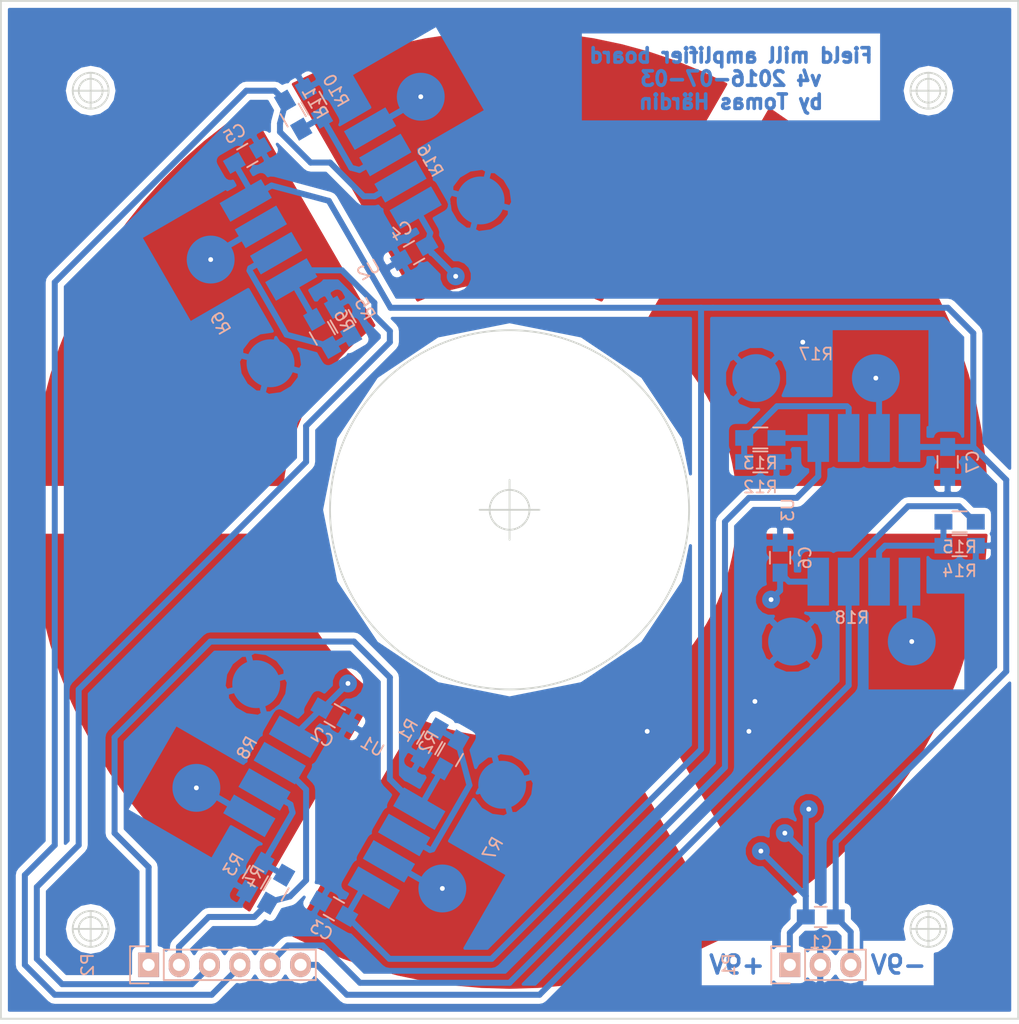
<source format=kicad_pcb>
(kicad_pcb (version 4) (host pcbnew 4.0.2-stable)

  (general
    (links 62)
    (no_connects 0)
    (area 57.424999 57.424999 142.575001 143.258333)
    (thickness 1.6)
    (drawings 17)
    (tracks 201)
    (zones 0)
    (modules 30)
    (nets 22)
  )

  (page A4)
  (layers
    (0 F.Cu signal)
    (1 Airwires signal)
    (2 In2.Cu signal)
    (31 B.Cu signal)
    (32 B.Adhes user)
    (33 F.Adhes user)
    (34 B.Paste user)
    (35 F.Paste user)
    (36 B.SilkS user)
    (37 F.SilkS user)
    (38 B.Mask user)
    (39 F.Mask user)
    (40 Dwgs.User user)
    (41 Cmts.User user)
    (42 Eco1.User user)
    (43 Eco2.User user)
    (44 Edge.Cuts user)
    (45 Margin user)
    (46 B.CrtYd user)
    (47 F.CrtYd user)
    (48 B.Fab user)
    (49 F.Fab user)
  )

  (setup
    (last_trace_width 0.3)
    (user_trace_width 0.4)
    (user_trace_width 0.5)
    (user_trace_width 2)
    (trace_clearance 0.35)
    (zone_clearance 0.508)
    (zone_45_only no)
    (trace_min 0.2)
    (segment_width 0.2)
    (edge_width 0.15)
    (via_size 1.5)
    (via_drill 0.4)
    (via_min_size 1)
    (via_min_drill 0.3)
    (user_via 1.5 0.3)
    (blind_buried_vias_allowed yes)
    (uvia_size 0.3)
    (uvia_drill 0.1)
    (uvias_allowed no)
    (uvia_min_size 0.2)
    (uvia_min_drill 0.1)
    (pcb_text_width 0.3)
    (pcb_text_size 1.5 1.5)
    (mod_edge_width 0.15)
    (mod_text_size 1 1)
    (mod_text_width 0.15)
    (pad_size 1.524 1.524)
    (pad_drill 0.762)
    (pad_to_mask_clearance 0.2)
    (aux_axis_origin 0 0)
    (grid_origin 100 100)
    (visible_elements FFFFFF7F)
    (pcbplotparams
      (layerselection 0x00030_80000001)
      (usegerberextensions false)
      (excludeedgelayer true)
      (linewidth 0.100000)
      (plotframeref false)
      (viasonmask false)
      (mode 1)
      (useauxorigin false)
      (hpglpennumber 1)
      (hpglpenspeed 20)
      (hpglpendiameter 15)
      (hpglpenoverlay 2)
      (psnegative false)
      (psa4output false)
      (plotreference true)
      (plotvalue true)
      (plotinvisibletext false)
      (padsonsilk false)
      (subtractmaskfromsilk false)
      (outputformat 1)
      (mirror false)
      (drillshape 1)
      (scaleselection 1)
      (outputdirectory ""))
  )

  (net 0 "")
  (net 1 /SENSOR1)
  (net 2 /SENSOR2)
  (net 3 /SENSOR3)
  (net 4 /SENSOR4)
  (net 5 /SENSOR5)
  (net 6 GND)
  (net 7 "Net-(P2-Pad1)")
  (net 8 "Net-(P2-Pad2)")
  (net 9 "Net-(P2-Pad3)")
  (net 10 "Net-(P2-Pad4)")
  (net 11 "Net-(P2-Pad5)")
  (net 12 "Net-(P2-Pad6)")
  (net 13 /GRD1)
  (net 14 /GRD2)
  (net 15 /GRD3)
  (net 16 /GRD4)
  (net 17 /GRD5)
  (net 18 /GRD6)
  (net 19 /SENSOR6)
  (net 20 +9V)
  (net 21 -9VA)

  (net_class Default "This is the default net class."
    (clearance 0.35)
    (trace_width 0.3)
    (via_dia 1.5)
    (via_drill 0.4)
    (uvia_dia 0.3)
    (uvia_drill 0.1)
    (add_net +9V)
    (add_net -9VA)
    (add_net /GRD1)
    (add_net /GRD2)
    (add_net /GRD3)
    (add_net /GRD4)
    (add_net /GRD5)
    (add_net /GRD6)
    (add_net /SENSOR1)
    (add_net /SENSOR2)
    (add_net /SENSOR3)
    (add_net /SENSOR4)
    (add_net /SENSOR5)
    (add_net /SENSOR6)
    (add_net GND)
    (add_net "Net-(P2-Pad1)")
    (add_net "Net-(P2-Pad2)")
    (add_net "Net-(P2-Pad3)")
    (add_net "Net-(P2-Pad4)")
    (add_net "Net-(P2-Pad5)")
    (add_net "Net-(P2-Pad6)")
  )

  (module SCUBE:DIP8-SMD (layer B.Cu) (tedit 5773D63F) (tstamp 5777C678)
    (at 85.358234 125.255165 150)
    (path /5777C89F)
    (fp_text reference U1 (at 0 6.35 150) (layer B.SilkS)
      (effects (font (size 1 1) (thickness 0.15)) (justify mirror))
    )
    (fp_text value OPA2604 (at 0 7.62 150) (layer B.Fab)
      (effects (font (size 1 1) (thickness 0.15)) (justify mirror))
    )
    (fp_arc (start 0 5.08) (end 1.27 5.08) (angle -180) (layer B.CrtYd) (width 0.15))
    (fp_line (start -3.175 -5.08) (end -3.175 5.08) (layer B.CrtYd) (width 0.15))
    (fp_line (start 3.175 -5.08) (end -3.175 -5.08) (layer B.CrtYd) (width 0.15))
    (fp_line (start 3.175 5.08) (end 3.175 -5.08) (layer B.CrtYd) (width 0.15))
    (fp_line (start -3.175 5.08) (end 3.175 5.08) (layer B.CrtYd) (width 0.15))
    (pad 1 smd rect (at -6 3.81 150) (size 4 1.8) (layers B.Cu B.Paste B.Mask)
      (net 7 "Net-(P2-Pad1)"))
    (pad 2 smd rect (at -6 1.27 150) (size 4 1.8) (layers B.Cu B.Paste B.Mask)
      (net 13 /GRD1))
    (pad 3 smd rect (at -6 -1.27 150) (size 4 1.8) (layers B.Cu B.Paste B.Mask)
      (net 1 /SENSOR1))
    (pad 4 smd rect (at -6 -3.81 150) (size 4 1.8) (layers B.Cu B.Paste B.Mask)
      (net 21 -9VA))
    (pad 5 smd rect (at 6 -3.81 150) (size 4 1.8) (layers B.Cu B.Paste B.Mask)
      (net 2 /SENSOR2))
    (pad 6 smd rect (at 6 -1.27 150) (size 4 1.8) (layers B.Cu B.Paste B.Mask)
      (net 14 /GRD2))
    (pad 7 smd rect (at 6 1.27 150) (size 4 1.8) (layers B.Cu B.Paste B.Mask)
      (net 8 "Net-(P2-Pad2)"))
    (pad 8 smd rect (at 6 3.81 150) (size 4 1.8) (layers B.Cu B.Paste B.Mask)
      (net 20 +9V))
  )

  (module Capacitors_SMD:C_0805_HandSoldering (layer B.Cu) (tedit 541A9B8D) (tstamp 5777C5A7)
    (at 126 134)
    (descr "Capacitor SMD 0805, hand soldering")
    (tags "capacitor 0805")
    (path /5773D48C)
    (attr smd)
    (fp_text reference C1 (at 0 2.1) (layer B.SilkS)
      (effects (font (size 1 1) (thickness 0.15)) (justify mirror))
    )
    (fp_text value 10u (at 0 -2.1) (layer B.Fab)
      (effects (font (size 1 1) (thickness 0.15)) (justify mirror))
    )
    (fp_line (start -2.3 1) (end 2.3 1) (layer B.CrtYd) (width 0.05))
    (fp_line (start -2.3 -1) (end 2.3 -1) (layer B.CrtYd) (width 0.05))
    (fp_line (start -2.3 1) (end -2.3 -1) (layer B.CrtYd) (width 0.05))
    (fp_line (start 2.3 1) (end 2.3 -1) (layer B.CrtYd) (width 0.05))
    (fp_line (start 0.5 0.85) (end -0.5 0.85) (layer B.SilkS) (width 0.15))
    (fp_line (start -0.5 -0.85) (end 0.5 -0.85) (layer B.SilkS) (width 0.15))
    (pad 1 smd rect (at -1.25 0) (size 1.5 1.25) (layers B.Cu B.Paste B.Mask)
      (net 20 +9V))
    (pad 2 smd rect (at 1.25 0) (size 1.5 1.25) (layers B.Cu B.Paste B.Mask)
      (net 21 -9VA))
    (model Capacitors_SMD.3dshapes/C_0805_HandSoldering.wrl
      (at (xyz 0 0 0))
      (scale (xyz 1 1 1))
      (rotate (xyz 0 0 0))
    )
  )

  (module Capacitors_SMD:C_0805_HandSoldering (layer B.Cu) (tedit 541A9B8D) (tstamp 5777C5AD)
    (at 85.394132 117.192987 330)
    (descr "Capacitor SMD 0805, hand soldering")
    (tags "capacitor 0805")
    (path /5774053D)
    (attr smd)
    (fp_text reference C2 (at 0 2.1 330) (layer B.SilkS)
      (effects (font (size 1 1) (thickness 0.15)) (justify mirror))
    )
    (fp_text value 100n (at 0 -2.1 330) (layer B.Fab)
      (effects (font (size 1 1) (thickness 0.15)) (justify mirror))
    )
    (fp_line (start -2.3 1) (end 2.3 1) (layer B.CrtYd) (width 0.05))
    (fp_line (start -2.3 -1) (end 2.3 -1) (layer B.CrtYd) (width 0.05))
    (fp_line (start -2.3 1) (end -2.3 -1) (layer B.CrtYd) (width 0.05))
    (fp_line (start 2.3 1) (end 2.3 -1) (layer B.CrtYd) (width 0.05))
    (fp_line (start 0.5 0.85) (end -0.5 0.85) (layer B.SilkS) (width 0.15))
    (fp_line (start -0.5 -0.85) (end 0.5 -0.85) (layer B.SilkS) (width 0.15))
    (pad 1 smd rect (at -1.25 0 330) (size 1.5 1.25) (layers B.Cu B.Paste B.Mask)
      (net 20 +9V))
    (pad 2 smd rect (at 1.25 0 330) (size 1.5 1.25) (layers B.Cu B.Paste B.Mask)
      (net 6 GND))
    (model Capacitors_SMD.3dshapes/C_0805_HandSoldering.wrl
      (at (xyz 0 0 0))
      (scale (xyz 1 1 1))
      (rotate (xyz 0 0 0))
    )
  )

  (module Capacitors_SMD:C_0805_HandSoldering (layer B.Cu) (tedit 541A9B8D) (tstamp 5777C5B3)
    (at 85.322335 133.317343 330)
    (descr "Capacitor SMD 0805, hand soldering")
    (tags "capacitor 0805")
    (path /5773E78A)
    (attr smd)
    (fp_text reference C3 (at 0 2.1 330) (layer B.SilkS)
      (effects (font (size 1 1) (thickness 0.15)) (justify mirror))
    )
    (fp_text value 100n (at 0 -2.1 330) (layer B.Fab)
      (effects (font (size 1 1) (thickness 0.15)) (justify mirror))
    )
    (fp_line (start -2.3 1) (end 2.3 1) (layer B.CrtYd) (width 0.05))
    (fp_line (start -2.3 -1) (end 2.3 -1) (layer B.CrtYd) (width 0.05))
    (fp_line (start -2.3 1) (end -2.3 -1) (layer B.CrtYd) (width 0.05))
    (fp_line (start 2.3 1) (end 2.3 -1) (layer B.CrtYd) (width 0.05))
    (fp_line (start 0.5 0.85) (end -0.5 0.85) (layer B.SilkS) (width 0.15))
    (fp_line (start -0.5 -0.85) (end 0.5 -0.85) (layer B.SilkS) (width 0.15))
    (pad 1 smd rect (at -1.25 0 330) (size 1.5 1.25) (layers B.Cu B.Paste B.Mask)
      (net 6 GND))
    (pad 2 smd rect (at 1.25 0 330) (size 1.5 1.25) (layers B.Cu B.Paste B.Mask)
      (net 21 -9VA))
    (model Capacitors_SMD.3dshapes/C_0805_HandSoldering.wrl
      (at (xyz 0 0 0))
      (scale (xyz 1 1 1))
      (rotate (xyz 0 0 0))
    )
  )

  (module Capacitors_SMD:C_0805_HandSoldering (layer B.Cu) (tedit 541A9B8D) (tstamp 5777C5B9)
    (at 92.018488 78.529445 210)
    (descr "Capacitor SMD 0805, hand soldering")
    (tags "capacitor 0805")
    (path /5777FD3F)
    (attr smd)
    (fp_text reference C4 (at 0 2.1 210) (layer B.SilkS)
      (effects (font (size 1 1) (thickness 0.15)) (justify mirror))
    )
    (fp_text value 100n (at 0 -2.1 210) (layer B.Fab)
      (effects (font (size 1 1) (thickness 0.15)) (justify mirror))
    )
    (fp_line (start -2.3 1) (end 2.3 1) (layer B.CrtYd) (width 0.05))
    (fp_line (start -2.3 -1) (end 2.3 -1) (layer B.CrtYd) (width 0.05))
    (fp_line (start -2.3 1) (end -2.3 -1) (layer B.CrtYd) (width 0.05))
    (fp_line (start 2.3 1) (end 2.3 -1) (layer B.CrtYd) (width 0.05))
    (fp_line (start 0.5 0.85) (end -0.5 0.85) (layer B.SilkS) (width 0.15))
    (fp_line (start -0.5 -0.85) (end 0.5 -0.85) (layer B.SilkS) (width 0.15))
    (pad 1 smd rect (at -1.25 0 210) (size 1.5 1.25) (layers B.Cu B.Paste B.Mask)
      (net 20 +9V))
    (pad 2 smd rect (at 1.25 0 210) (size 1.5 1.25) (layers B.Cu B.Paste B.Mask)
      (net 6 GND))
    (model Capacitors_SMD.3dshapes/C_0805_HandSoldering.wrl
      (at (xyz 0 0 0))
      (scale (xyz 1 1 1))
      (rotate (xyz 0 0 0))
    )
  )

  (module Capacitors_SMD:C_0805_HandSoldering (layer B.Cu) (tedit 541A9B8D) (tstamp 5777C5BF)
    (at 78.090285 70.405089 210)
    (descr "Capacitor SMD 0805, hand soldering")
    (tags "capacitor 0805")
    (path /5777FD1B)
    (attr smd)
    (fp_text reference C5 (at 0 2.1 210) (layer B.SilkS)
      (effects (font (size 1 1) (thickness 0.15)) (justify mirror))
    )
    (fp_text value 100n (at 0 -2.1 210) (layer B.Fab)
      (effects (font (size 1 1) (thickness 0.15)) (justify mirror))
    )
    (fp_line (start -2.3 1) (end 2.3 1) (layer B.CrtYd) (width 0.05))
    (fp_line (start -2.3 -1) (end 2.3 -1) (layer B.CrtYd) (width 0.05))
    (fp_line (start -2.3 1) (end -2.3 -1) (layer B.CrtYd) (width 0.05))
    (fp_line (start 2.3 1) (end 2.3 -1) (layer B.CrtYd) (width 0.05))
    (fp_line (start 0.5 0.85) (end -0.5 0.85) (layer B.SilkS) (width 0.15))
    (fp_line (start -0.5 -0.85) (end 0.5 -0.85) (layer B.SilkS) (width 0.15))
    (pad 1 smd rect (at -1.25 0 210) (size 1.5 1.25) (layers B.Cu B.Paste B.Mask)
      (net 6 GND))
    (pad 2 smd rect (at 1.25 0 210) (size 1.5 1.25) (layers B.Cu B.Paste B.Mask)
      (net 21 -9VA))
    (model Capacitors_SMD.3dshapes/C_0805_HandSoldering.wrl
      (at (xyz 0 0 0))
      (scale (xyz 1 1 1))
      (rotate (xyz 0 0 0))
    )
  )

  (module Capacitors_SMD:C_0805_HandSoldering (layer B.Cu) (tedit 541A9B8D) (tstamp 5777C5C5)
    (at 122.604041 104 90)
    (descr "Capacitor SMD 0805, hand soldering")
    (tags "capacitor 0805")
    (path /577805AF)
    (attr smd)
    (fp_text reference C6 (at 0 2.1 90) (layer B.SilkS)
      (effects (font (size 1 1) (thickness 0.15)) (justify mirror))
    )
    (fp_text value 100n (at 0 -2.1 90) (layer B.Fab)
      (effects (font (size 1 1) (thickness 0.15)) (justify mirror))
    )
    (fp_line (start -2.3 1) (end 2.3 1) (layer B.CrtYd) (width 0.05))
    (fp_line (start -2.3 -1) (end 2.3 -1) (layer B.CrtYd) (width 0.05))
    (fp_line (start -2.3 1) (end -2.3 -1) (layer B.CrtYd) (width 0.05))
    (fp_line (start 2.3 1) (end 2.3 -1) (layer B.CrtYd) (width 0.05))
    (fp_line (start 0.5 0.85) (end -0.5 0.85) (layer B.SilkS) (width 0.15))
    (fp_line (start -0.5 -0.85) (end 0.5 -0.85) (layer B.SilkS) (width 0.15))
    (pad 1 smd rect (at -1.25 0 90) (size 1.5 1.25) (layers B.Cu B.Paste B.Mask)
      (net 20 +9V))
    (pad 2 smd rect (at 1.25 0 90) (size 1.5 1.25) (layers B.Cu B.Paste B.Mask)
      (net 6 GND))
    (model Capacitors_SMD.3dshapes/C_0805_HandSoldering.wrl
      (at (xyz 0 0 0))
      (scale (xyz 1 1 1))
      (rotate (xyz 0 0 0))
    )
  )

  (module Capacitors_SMD:C_0805_HandSoldering (layer B.Cu) (tedit 541A9B8D) (tstamp 5777C5CB)
    (at 136.60404 96.000001 90)
    (descr "Capacitor SMD 0805, hand soldering")
    (tags "capacitor 0805")
    (path /5778058B)
    (attr smd)
    (fp_text reference C7 (at 0 2.1 90) (layer B.SilkS)
      (effects (font (size 1 1) (thickness 0.15)) (justify mirror))
    )
    (fp_text value 100n (at 0 -2.1 90) (layer B.Fab)
      (effects (font (size 1 1) (thickness 0.15)) (justify mirror))
    )
    (fp_line (start -2.3 1) (end 2.3 1) (layer B.CrtYd) (width 0.05))
    (fp_line (start -2.3 -1) (end 2.3 -1) (layer B.CrtYd) (width 0.05))
    (fp_line (start -2.3 1) (end -2.3 -1) (layer B.CrtYd) (width 0.05))
    (fp_line (start 2.3 1) (end 2.3 -1) (layer B.CrtYd) (width 0.05))
    (fp_line (start 0.5 0.85) (end -0.5 0.85) (layer B.SilkS) (width 0.15))
    (fp_line (start -0.5 -0.85) (end 0.5 -0.85) (layer B.SilkS) (width 0.15))
    (pad 1 smd rect (at -1.25 0 90) (size 1.5 1.25) (layers B.Cu B.Paste B.Mask)
      (net 6 GND))
    (pad 2 smd rect (at 1.25 0 90) (size 1.5 1.25) (layers B.Cu B.Paste B.Mask)
      (net 21 -9VA))
    (model Capacitors_SMD.3dshapes/C_0805_HandSoldering.wrl
      (at (xyz 0 0 0))
      (scale (xyz 1 1 1))
      (rotate (xyz 0 0 0))
    )
  )

  (module Pin_Headers:Pin_Header_Straight_1x03 (layer B.Cu) (tedit 0) (tstamp 5777C5F6)
    (at 123.42 138 270)
    (descr "Through hole pin header")
    (tags "pin header")
    (path /57693B01)
    (fp_text reference P1 (at 0 5.1 270) (layer B.SilkS)
      (effects (font (size 1 1) (thickness 0.15)) (justify mirror))
    )
    (fp_text value CONN_01X03 (at 0 3.1 270) (layer B.Fab)
      (effects (font (size 1 1) (thickness 0.15)) (justify mirror))
    )
    (fp_line (start -1.75 1.75) (end -1.75 -6.85) (layer B.CrtYd) (width 0.05))
    (fp_line (start 1.75 1.75) (end 1.75 -6.85) (layer B.CrtYd) (width 0.05))
    (fp_line (start -1.75 1.75) (end 1.75 1.75) (layer B.CrtYd) (width 0.05))
    (fp_line (start -1.75 -6.85) (end 1.75 -6.85) (layer B.CrtYd) (width 0.05))
    (fp_line (start -1.27 -1.27) (end -1.27 -6.35) (layer B.SilkS) (width 0.15))
    (fp_line (start -1.27 -6.35) (end 1.27 -6.35) (layer B.SilkS) (width 0.15))
    (fp_line (start 1.27 -6.35) (end 1.27 -1.27) (layer B.SilkS) (width 0.15))
    (fp_line (start 1.55 1.55) (end 1.55 0) (layer B.SilkS) (width 0.15))
    (fp_line (start 1.27 -1.27) (end -1.27 -1.27) (layer B.SilkS) (width 0.15))
    (fp_line (start -1.55 0) (end -1.55 1.55) (layer B.SilkS) (width 0.15))
    (fp_line (start -1.55 1.55) (end 1.55 1.55) (layer B.SilkS) (width 0.15))
    (pad 1 thru_hole rect (at 0 0 270) (size 2.032 1.7272) (drill 1.016) (layers *.Cu *.Mask B.SilkS)
      (net 20 +9V))
    (pad 2 thru_hole oval (at 0 -2.54 270) (size 2.032 1.7272) (drill 1.016) (layers *.Cu *.Mask B.SilkS)
      (net 6 GND))
    (pad 3 thru_hole oval (at 0 -5.08 270) (size 2.032 1.7272) (drill 1.016) (layers *.Cu *.Mask B.SilkS)
      (net 21 -9VA))
    (model Pin_Headers.3dshapes/Pin_Header_Straight_1x03.wrl
      (at (xyz 0 -0.1 0))
      (scale (xyz 1 1 1))
      (rotate (xyz 0 0 90))
    )
  )

  (module Pin_Headers:Pin_Header_Straight_1x06 (layer B.Cu) (tedit 0) (tstamp 5777C600)
    (at 69.84 138 270)
    (descr "Through hole pin header")
    (tags "pin header")
    (path /5773E1D1)
    (fp_text reference P2 (at 0 5.1 270) (layer B.SilkS)
      (effects (font (size 1 1) (thickness 0.15)) (justify mirror))
    )
    (fp_text value CONN_01X06 (at 0 3.1 270) (layer B.Fab)
      (effects (font (size 1 1) (thickness 0.15)) (justify mirror))
    )
    (fp_line (start -1.75 1.75) (end -1.75 -14.45) (layer B.CrtYd) (width 0.05))
    (fp_line (start 1.75 1.75) (end 1.75 -14.45) (layer B.CrtYd) (width 0.05))
    (fp_line (start -1.75 1.75) (end 1.75 1.75) (layer B.CrtYd) (width 0.05))
    (fp_line (start -1.75 -14.45) (end 1.75 -14.45) (layer B.CrtYd) (width 0.05))
    (fp_line (start 1.27 -1.27) (end 1.27 -13.97) (layer B.SilkS) (width 0.15))
    (fp_line (start 1.27 -13.97) (end -1.27 -13.97) (layer B.SilkS) (width 0.15))
    (fp_line (start -1.27 -13.97) (end -1.27 -1.27) (layer B.SilkS) (width 0.15))
    (fp_line (start 1.55 1.55) (end 1.55 0) (layer B.SilkS) (width 0.15))
    (fp_line (start 1.27 -1.27) (end -1.27 -1.27) (layer B.SilkS) (width 0.15))
    (fp_line (start -1.55 0) (end -1.55 1.55) (layer B.SilkS) (width 0.15))
    (fp_line (start -1.55 1.55) (end 1.55 1.55) (layer B.SilkS) (width 0.15))
    (pad 1 thru_hole rect (at 0 0 270) (size 2.032 1.7272) (drill 1.016) (layers *.Cu *.Mask B.SilkS)
      (net 7 "Net-(P2-Pad1)"))
    (pad 2 thru_hole oval (at 0 -2.54 270) (size 2.032 1.7272) (drill 1.016) (layers *.Cu *.Mask B.SilkS)
      (net 8 "Net-(P2-Pad2)"))
    (pad 3 thru_hole oval (at 0 -5.08 270) (size 2.032 1.7272) (drill 1.016) (layers *.Cu *.Mask B.SilkS)
      (net 9 "Net-(P2-Pad3)"))
    (pad 4 thru_hole oval (at 0 -7.62 270) (size 2.032 1.7272) (drill 1.016) (layers *.Cu *.Mask B.SilkS)
      (net 10 "Net-(P2-Pad4)"))
    (pad 5 thru_hole oval (at 0 -10.16 270) (size 2.032 1.7272) (drill 1.016) (layers *.Cu *.Mask B.SilkS)
      (net 11 "Net-(P2-Pad5)"))
    (pad 6 thru_hole oval (at 0 -12.7 270) (size 2.032 1.7272) (drill 1.016) (layers *.Cu *.Mask B.SilkS)
      (net 12 "Net-(P2-Pad6)"))
    (model Pin_Headers.3dshapes/Pin_Header_Straight_1x06.wrl
      (at (xyz 0 -0.25 0))
      (scale (xyz 1 1 1))
      (rotate (xyz 0 0 90))
    )
  )

  (module Resistors_SMD:R_0805_HandSoldering (layer B.Cu) (tedit 54189DEE) (tstamp 5777C606)
    (at 93.322336 119.460936 240)
    (descr "Resistor SMD 0805, hand soldering")
    (tags "resistor 0805")
    (path /5773EA03)
    (attr smd)
    (fp_text reference R1 (at 0 2.1 240) (layer B.SilkS)
      (effects (font (size 1 1) (thickness 0.15)) (justify mirror))
    )
    (fp_text value 10k (at 0 -2.1 240) (layer B.Fab)
      (effects (font (size 1 1) (thickness 0.15)) (justify mirror))
    )
    (fp_line (start -2.4 1) (end 2.4 1) (layer B.CrtYd) (width 0.05))
    (fp_line (start -2.4 -1) (end 2.4 -1) (layer B.CrtYd) (width 0.05))
    (fp_line (start -2.4 1) (end -2.4 -1) (layer B.CrtYd) (width 0.05))
    (fp_line (start 2.4 1) (end 2.4 -1) (layer B.CrtYd) (width 0.05))
    (fp_line (start 0.6 -0.875) (end -0.6 -0.875) (layer B.SilkS) (width 0.15))
    (fp_line (start -0.6 0.875) (end 0.6 0.875) (layer B.SilkS) (width 0.15))
    (pad 1 smd rect (at -1.35 0 240) (size 1.5 1.3) (layers B.Cu B.Paste B.Mask)
      (net 13 /GRD1))
    (pad 2 smd rect (at 1.35 0 240) (size 1.5 1.3) (layers B.Cu B.Paste B.Mask)
      (net 6 GND))
    (model Resistors_SMD.3dshapes/R_0805_HandSoldering.wrl
      (at (xyz 0 0 0))
      (scale (xyz 1 1 1))
      (rotate (xyz 0 0 0))
    )
  )

  (module Resistors_SMD:R_0805_HandSoldering (layer B.Cu) (tedit 54189DEE) (tstamp 5777C60C)
    (at 95.054386 120.460936 240)
    (descr "Resistor SMD 0805, hand soldering")
    (tags "resistor 0805")
    (path /5773E90F)
    (attr smd)
    (fp_text reference R2 (at 0 2.1 240) (layer B.SilkS)
      (effects (font (size 1 1) (thickness 0.15)) (justify mirror))
    )
    (fp_text value 100k (at 0 -2.1 240) (layer B.Fab)
      (effects (font (size 1 1) (thickness 0.15)) (justify mirror))
    )
    (fp_line (start -2.4 1) (end 2.4 1) (layer B.CrtYd) (width 0.05))
    (fp_line (start -2.4 -1) (end 2.4 -1) (layer B.CrtYd) (width 0.05))
    (fp_line (start -2.4 1) (end -2.4 -1) (layer B.CrtYd) (width 0.05))
    (fp_line (start 2.4 1) (end 2.4 -1) (layer B.CrtYd) (width 0.05))
    (fp_line (start 0.6 -0.875) (end -0.6 -0.875) (layer B.SilkS) (width 0.15))
    (fp_line (start -0.6 0.875) (end 0.6 0.875) (layer B.SilkS) (width 0.15))
    (pad 1 smd rect (at -1.35 0 240) (size 1.5 1.3) (layers B.Cu B.Paste B.Mask)
      (net 13 /GRD1))
    (pad 2 smd rect (at 1.35 0 240) (size 1.5 1.3) (layers B.Cu B.Paste B.Mask)
      (net 7 "Net-(P2-Pad1)"))
    (model Resistors_SMD.3dshapes/R_0805_HandSoldering.wrl
      (at (xyz 0 0 0))
      (scale (xyz 1 1 1))
      (rotate (xyz 0 0 0))
    )
  )

  (module Resistors_SMD:R_0805_HandSoldering (layer B.Cu) (tedit 54189DEE) (tstamp 5777C612)
    (at 78.760158 130.683368 240)
    (descr "Resistor SMD 0805, hand soldering")
    (tags "resistor 0805")
    (path /5777FB53)
    (attr smd)
    (fp_text reference R3 (at 0 2.1 240) (layer B.SilkS)
      (effects (font (size 1 1) (thickness 0.15)) (justify mirror))
    )
    (fp_text value 10k (at 0 -2.1 240) (layer B.Fab)
      (effects (font (size 1 1) (thickness 0.15)) (justify mirror))
    )
    (fp_line (start -2.4 1) (end 2.4 1) (layer B.CrtYd) (width 0.05))
    (fp_line (start -2.4 -1) (end 2.4 -1) (layer B.CrtYd) (width 0.05))
    (fp_line (start -2.4 1) (end -2.4 -1) (layer B.CrtYd) (width 0.05))
    (fp_line (start 2.4 1) (end 2.4 -1) (layer B.CrtYd) (width 0.05))
    (fp_line (start 0.6 -0.875) (end -0.6 -0.875) (layer B.SilkS) (width 0.15))
    (fp_line (start -0.6 0.875) (end 0.6 0.875) (layer B.SilkS) (width 0.15))
    (pad 1 smd rect (at -1.35 0 240) (size 1.5 1.3) (layers B.Cu B.Paste B.Mask)
      (net 14 /GRD2))
    (pad 2 smd rect (at 1.35 0 240) (size 1.5 1.3) (layers B.Cu B.Paste B.Mask)
      (net 6 GND))
    (model Resistors_SMD.3dshapes/R_0805_HandSoldering.wrl
      (at (xyz 0 0 0))
      (scale (xyz 1 1 1))
      (rotate (xyz 0 0 0))
    )
  )

  (module Resistors_SMD:R_0805_HandSoldering (layer B.Cu) (tedit 54189DEE) (tstamp 5777C618)
    (at 80.492209 131.683368 240)
    (descr "Resistor SMD 0805, hand soldering")
    (tags "resistor 0805")
    (path /5777FB4C)
    (attr smd)
    (fp_text reference R4 (at 0 2.1 240) (layer B.SilkS)
      (effects (font (size 1 1) (thickness 0.15)) (justify mirror))
    )
    (fp_text value 100k (at 0 -2.1 240) (layer B.Fab)
      (effects (font (size 1 1) (thickness 0.15)) (justify mirror))
    )
    (fp_line (start -2.4 1) (end 2.4 1) (layer B.CrtYd) (width 0.05))
    (fp_line (start -2.4 -1) (end 2.4 -1) (layer B.CrtYd) (width 0.05))
    (fp_line (start -2.4 1) (end -2.4 -1) (layer B.CrtYd) (width 0.05))
    (fp_line (start 2.4 1) (end 2.4 -1) (layer B.CrtYd) (width 0.05))
    (fp_line (start 0.6 -0.875) (end -0.6 -0.875) (layer B.SilkS) (width 0.15))
    (fp_line (start -0.6 0.875) (end 0.6 0.875) (layer B.SilkS) (width 0.15))
    (pad 1 smd rect (at -1.35 0 240) (size 1.5 1.3) (layers B.Cu B.Paste B.Mask)
      (net 14 /GRD2))
    (pad 2 smd rect (at 1.35 0 240) (size 1.5 1.3) (layers B.Cu B.Paste B.Mask)
      (net 8 "Net-(P2-Pad2)"))
    (model Resistors_SMD.3dshapes/R_0805_HandSoldering.wrl
      (at (xyz 0 0 0))
      (scale (xyz 1 1 1))
      (rotate (xyz 0 0 0))
    )
  )

  (module Resistors_SMD:R_0805_HandSoldering (layer B.Cu) (tedit 54189DEE) (tstamp 5777C61E)
    (at 86.090285 84.261496 120)
    (descr "Resistor SMD 0805, hand soldering")
    (tags "resistor 0805")
    (path /5777FD31)
    (attr smd)
    (fp_text reference R5 (at 0 2.1 120) (layer B.SilkS)
      (effects (font (size 1 1) (thickness 0.15)) (justify mirror))
    )
    (fp_text value 10k (at 0 -2.1 120) (layer B.Fab)
      (effects (font (size 1 1) (thickness 0.15)) (justify mirror))
    )
    (fp_line (start -2.4 1) (end 2.4 1) (layer B.CrtYd) (width 0.05))
    (fp_line (start -2.4 -1) (end 2.4 -1) (layer B.CrtYd) (width 0.05))
    (fp_line (start -2.4 1) (end -2.4 -1) (layer B.CrtYd) (width 0.05))
    (fp_line (start 2.4 1) (end 2.4 -1) (layer B.CrtYd) (width 0.05))
    (fp_line (start 0.6 -0.875) (end -0.6 -0.875) (layer B.SilkS) (width 0.15))
    (fp_line (start -0.6 0.875) (end 0.6 0.875) (layer B.SilkS) (width 0.15))
    (pad 1 smd rect (at -1.35 0 120) (size 1.5 1.3) (layers B.Cu B.Paste B.Mask)
      (net 15 /GRD3))
    (pad 2 smd rect (at 1.35 0 120) (size 1.5 1.3) (layers B.Cu B.Paste B.Mask)
      (net 6 GND))
    (model Resistors_SMD.3dshapes/R_0805_HandSoldering.wrl
      (at (xyz 0 0 0))
      (scale (xyz 1 1 1))
      (rotate (xyz 0 0 0))
    )
  )

  (module Resistors_SMD:R_0805_HandSoldering (layer B.Cu) (tedit 54189DEE) (tstamp 5777C624)
    (at 84.358234 85.261496 120)
    (descr "Resistor SMD 0805, hand soldering")
    (tags "resistor 0805")
    (path /5777FD2A)
    (attr smd)
    (fp_text reference R6 (at 0 2.1 120) (layer B.SilkS)
      (effects (font (size 1 1) (thickness 0.15)) (justify mirror))
    )
    (fp_text value 100k (at 0 -2.1 120) (layer B.Fab)
      (effects (font (size 1 1) (thickness 0.15)) (justify mirror))
    )
    (fp_line (start -2.4 1) (end 2.4 1) (layer B.CrtYd) (width 0.05))
    (fp_line (start -2.4 -1) (end 2.4 -1) (layer B.CrtYd) (width 0.05))
    (fp_line (start -2.4 1) (end -2.4 -1) (layer B.CrtYd) (width 0.05))
    (fp_line (start 2.4 1) (end 2.4 -1) (layer B.CrtYd) (width 0.05))
    (fp_line (start 0.6 -0.875) (end -0.6 -0.875) (layer B.SilkS) (width 0.15))
    (fp_line (start -0.6 0.875) (end 0.6 0.875) (layer B.SilkS) (width 0.15))
    (pad 1 smd rect (at -1.35 0 120) (size 1.5 1.3) (layers B.Cu B.Paste B.Mask)
      (net 15 /GRD3))
    (pad 2 smd rect (at 1.35 0 120) (size 1.5 1.3) (layers B.Cu B.Paste B.Mask)
      (net 9 "Net-(P2-Pad3)"))
    (model Resistors_SMD.3dshapes/R_0805_HandSoldering.wrl
      (at (xyz 0 0 0))
      (scale (xyz 1 1 1))
      (rotate (xyz 0 0 0))
    )
  )

  (module SCUBE:10mm-thru-smd (layer B.Cu) (tedit 5773D79C) (tstamp 5777C62A)
    (at 96.884513 127.291063 60)
    (path /5773D5D4)
    (fp_text reference R7 (at 0 2 60) (layer B.SilkS)
      (effects (font (size 1 1) (thickness 0.15)) (justify mirror))
    )
    (fp_text value 10M (at 0 4 60) (layer B.Fab)
      (effects (font (size 1 1) (thickness 0.15)) (justify mirror))
    )
    (fp_line (start -3 0) (end -5 0) (layer B.CrtYd) (width 0.15))
    (fp_line (start 3 0) (end 5 0) (layer B.CrtYd) (width 0.15))
    (fp_line (start -3 -1) (end -3 1) (layer B.CrtYd) (width 0.15))
    (fp_line (start 3 -1) (end -3 -1) (layer B.CrtYd) (width 0.15))
    (fp_line (start 3 1) (end 3 -1) (layer B.CrtYd) (width 0.15))
    (fp_line (start -3 1) (end 3 1) (layer B.CrtYd) (width 0.15))
    (pad 1 smd circle (at -5 0 60) (size 4 4) (layers B.Cu B.Paste B.Mask)
      (net 1 /SENSOR1))
    (pad 2 smd circle (at 5 0 60) (size 4 4) (layers B.Cu B.Paste B.Mask)
      (net 6 GND))
  )

  (module SCUBE:10mm-thru-smd (layer B.Cu) (tedit 5773D79C) (tstamp 5777C630)
    (at 76.331955 118.88914 60)
    (path /5777FB28)
    (fp_text reference R8 (at 0 2 60) (layer B.SilkS)
      (effects (font (size 1 1) (thickness 0.15)) (justify mirror))
    )
    (fp_text value 10M (at 0 4 60) (layer B.Fab)
      (effects (font (size 1 1) (thickness 0.15)) (justify mirror))
    )
    (fp_line (start -3 0) (end -5 0) (layer B.CrtYd) (width 0.15))
    (fp_line (start 3 0) (end 5 0) (layer B.CrtYd) (width 0.15))
    (fp_line (start -3 -1) (end -3 1) (layer B.CrtYd) (width 0.15))
    (fp_line (start 3 -1) (end -3 -1) (layer B.CrtYd) (width 0.15))
    (fp_line (start 3 1) (end 3 -1) (layer B.CrtYd) (width 0.15))
    (fp_line (start -3 1) (end 3 1) (layer B.CrtYd) (width 0.15))
    (pad 1 smd circle (at -5 0 60) (size 4 4) (layers B.Cu B.Paste B.Mask)
      (net 2 /SENSOR2))
    (pad 2 smd circle (at 5 0 60) (size 4 4) (layers B.Cu B.Paste B.Mask)
      (net 6 GND))
  )

  (module SCUBE:10mm-thru-smd (layer B.Cu) (tedit 5773D79C) (tstamp 5777C636)
    (at 77.528107 83.431369 300)
    (path /5777FD06)
    (fp_text reference R9 (at 0 2 300) (layer B.SilkS)
      (effects (font (size 1 1) (thickness 0.15)) (justify mirror))
    )
    (fp_text value 10M (at 0 4 300) (layer B.Fab)
      (effects (font (size 1 1) (thickness 0.15)) (justify mirror))
    )
    (fp_line (start -3 0) (end -5 0) (layer B.CrtYd) (width 0.15))
    (fp_line (start 3 0) (end 5 0) (layer B.CrtYd) (width 0.15))
    (fp_line (start -3 -1) (end -3 1) (layer B.CrtYd) (width 0.15))
    (fp_line (start 3 -1) (end -3 -1) (layer B.CrtYd) (width 0.15))
    (fp_line (start 3 1) (end 3 -1) (layer B.CrtYd) (width 0.15))
    (fp_line (start -3 1) (end 3 1) (layer B.CrtYd) (width 0.15))
    (pad 1 smd circle (at -5 0 300) (size 4 4) (layers B.Cu B.Paste B.Mask)
      (net 3 /SENSOR3))
    (pad 2 smd circle (at 5 0 300) (size 4 4) (layers B.Cu B.Paste B.Mask)
      (net 6 GND))
  )

  (module Resistors_SMD:R_0805_HandSoldering (layer B.Cu) (tedit 54189DEE) (tstamp 5777C63C)
    (at 83.652463 66.039064 120)
    (descr "Resistor SMD 0805, hand soldering")
    (tags "resistor 0805")
    (path /57780532)
    (attr smd)
    (fp_text reference R10 (at 0 2.1 120) (layer B.SilkS)
      (effects (font (size 1 1) (thickness 0.15)) (justify mirror))
    )
    (fp_text value 10k (at 0 -2.1 120) (layer B.Fab)
      (effects (font (size 1 1) (thickness 0.15)) (justify mirror))
    )
    (fp_line (start -2.4 1) (end 2.4 1) (layer B.CrtYd) (width 0.05))
    (fp_line (start -2.4 -1) (end 2.4 -1) (layer B.CrtYd) (width 0.05))
    (fp_line (start -2.4 1) (end -2.4 -1) (layer B.CrtYd) (width 0.05))
    (fp_line (start 2.4 1) (end 2.4 -1) (layer B.CrtYd) (width 0.05))
    (fp_line (start 0.6 -0.875) (end -0.6 -0.875) (layer B.SilkS) (width 0.15))
    (fp_line (start -0.6 0.875) (end 0.6 0.875) (layer B.SilkS) (width 0.15))
    (pad 1 smd rect (at -1.35 0 120) (size 1.5 1.3) (layers B.Cu B.Paste B.Mask)
      (net 16 /GRD4))
    (pad 2 smd rect (at 1.35 0 120) (size 1.5 1.3) (layers B.Cu B.Paste B.Mask)
      (net 6 GND))
    (model Resistors_SMD.3dshapes/R_0805_HandSoldering.wrl
      (at (xyz 0 0 0))
      (scale (xyz 1 1 1))
      (rotate (xyz 0 0 0))
    )
  )

  (module Resistors_SMD:R_0805_HandSoldering (layer B.Cu) (tedit 54189DEE) (tstamp 5777C642)
    (at 81.920412 67.039064 120)
    (descr "Resistor SMD 0805, hand soldering")
    (tags "resistor 0805")
    (path /5778052B)
    (attr smd)
    (fp_text reference R11 (at 0 2.1 120) (layer B.SilkS)
      (effects (font (size 1 1) (thickness 0.15)) (justify mirror))
    )
    (fp_text value 100k (at 0 -2.1 120) (layer B.Fab)
      (effects (font (size 1 1) (thickness 0.15)) (justify mirror))
    )
    (fp_line (start -2.4 1) (end 2.4 1) (layer B.CrtYd) (width 0.05))
    (fp_line (start -2.4 -1) (end 2.4 -1) (layer B.CrtYd) (width 0.05))
    (fp_line (start -2.4 1) (end -2.4 -1) (layer B.CrtYd) (width 0.05))
    (fp_line (start 2.4 1) (end 2.4 -1) (layer B.CrtYd) (width 0.05))
    (fp_line (start 0.6 -0.875) (end -0.6 -0.875) (layer B.SilkS) (width 0.15))
    (fp_line (start -0.6 0.875) (end 0.6 0.875) (layer B.SilkS) (width 0.15))
    (pad 1 smd rect (at -1.35 0 120) (size 1.5 1.3) (layers B.Cu B.Paste B.Mask)
      (net 16 /GRD4))
    (pad 2 smd rect (at 1.35 0 120) (size 1.5 1.3) (layers B.Cu B.Paste B.Mask)
      (net 10 "Net-(P2-Pad4)"))
    (model Resistors_SMD.3dshapes/R_0805_HandSoldering.wrl
      (at (xyz 0 0 0))
      (scale (xyz 1 1 1))
      (rotate (xyz 0 0 0))
    )
  )

  (module Resistors_SMD:R_0805_HandSoldering (layer B.Cu) (tedit 54189DEE) (tstamp 5777C648)
    (at 120.95404 96.000001)
    (descr "Resistor SMD 0805, hand soldering")
    (tags "resistor 0805")
    (path /577805A1)
    (attr smd)
    (fp_text reference R12 (at 0 2.1) (layer B.SilkS)
      (effects (font (size 1 1) (thickness 0.15)) (justify mirror))
    )
    (fp_text value 10k (at 0 -2.1) (layer B.Fab)
      (effects (font (size 1 1) (thickness 0.15)) (justify mirror))
    )
    (fp_line (start -2.4 1) (end 2.4 1) (layer B.CrtYd) (width 0.05))
    (fp_line (start -2.4 -1) (end 2.4 -1) (layer B.CrtYd) (width 0.05))
    (fp_line (start -2.4 1) (end -2.4 -1) (layer B.CrtYd) (width 0.05))
    (fp_line (start 2.4 1) (end 2.4 -1) (layer B.CrtYd) (width 0.05))
    (fp_line (start 0.6 -0.875) (end -0.6 -0.875) (layer B.SilkS) (width 0.15))
    (fp_line (start -0.6 0.875) (end 0.6 0.875) (layer B.SilkS) (width 0.15))
    (pad 1 smd rect (at -1.35 0) (size 1.5 1.3) (layers B.Cu B.Paste B.Mask)
      (net 17 /GRD5))
    (pad 2 smd rect (at 1.35 0) (size 1.5 1.3) (layers B.Cu B.Paste B.Mask)
      (net 6 GND))
    (model Resistors_SMD.3dshapes/R_0805_HandSoldering.wrl
      (at (xyz 0 0 0))
      (scale (xyz 1 1 1))
      (rotate (xyz 0 0 0))
    )
  )

  (module Resistors_SMD:R_0805_HandSoldering (layer B.Cu) (tedit 54189DEE) (tstamp 5777C64E)
    (at 120.954041 94)
    (descr "Resistor SMD 0805, hand soldering")
    (tags "resistor 0805")
    (path /5778059A)
    (attr smd)
    (fp_text reference R13 (at 0 2.1) (layer B.SilkS)
      (effects (font (size 1 1) (thickness 0.15)) (justify mirror))
    )
    (fp_text value 100k (at 0 -2.1) (layer B.Fab)
      (effects (font (size 1 1) (thickness 0.15)) (justify mirror))
    )
    (fp_line (start -2.4 1) (end 2.4 1) (layer B.CrtYd) (width 0.05))
    (fp_line (start -2.4 -1) (end 2.4 -1) (layer B.CrtYd) (width 0.05))
    (fp_line (start -2.4 1) (end -2.4 -1) (layer B.CrtYd) (width 0.05))
    (fp_line (start 2.4 1) (end 2.4 -1) (layer B.CrtYd) (width 0.05))
    (fp_line (start 0.6 -0.875) (end -0.6 -0.875) (layer B.SilkS) (width 0.15))
    (fp_line (start -0.6 0.875) (end 0.6 0.875) (layer B.SilkS) (width 0.15))
    (pad 1 smd rect (at -1.35 0) (size 1.5 1.3) (layers B.Cu B.Paste B.Mask)
      (net 17 /GRD5))
    (pad 2 smd rect (at 1.35 0) (size 1.5 1.3) (layers B.Cu B.Paste B.Mask)
      (net 11 "Net-(P2-Pad5)"))
    (model Resistors_SMD.3dshapes/R_0805_HandSoldering.wrl
      (at (xyz 0 0 0))
      (scale (xyz 1 1 1))
      (rotate (xyz 0 0 0))
    )
  )

  (module Resistors_SMD:R_0805_HandSoldering (layer B.Cu) (tedit 54189DEE) (tstamp 5777C654)
    (at 137.604041 103)
    (descr "Resistor SMD 0805, hand soldering")
    (tags "resistor 0805")
    (path /57780610)
    (attr smd)
    (fp_text reference R14 (at 0 2.1) (layer B.SilkS)
      (effects (font (size 1 1) (thickness 0.15)) (justify mirror))
    )
    (fp_text value 10k (at 0 -2.1) (layer B.Fab)
      (effects (font (size 1 1) (thickness 0.15)) (justify mirror))
    )
    (fp_line (start -2.4 1) (end 2.4 1) (layer B.CrtYd) (width 0.05))
    (fp_line (start -2.4 -1) (end 2.4 -1) (layer B.CrtYd) (width 0.05))
    (fp_line (start -2.4 1) (end -2.4 -1) (layer B.CrtYd) (width 0.05))
    (fp_line (start 2.4 1) (end 2.4 -1) (layer B.CrtYd) (width 0.05))
    (fp_line (start 0.6 -0.875) (end -0.6 -0.875) (layer B.SilkS) (width 0.15))
    (fp_line (start -0.6 0.875) (end 0.6 0.875) (layer B.SilkS) (width 0.15))
    (pad 1 smd rect (at -1.35 0) (size 1.5 1.3) (layers B.Cu B.Paste B.Mask)
      (net 18 /GRD6))
    (pad 2 smd rect (at 1.35 0) (size 1.5 1.3) (layers B.Cu B.Paste B.Mask)
      (net 6 GND))
    (model Resistors_SMD.3dshapes/R_0805_HandSoldering.wrl
      (at (xyz 0 0 0))
      (scale (xyz 1 1 1))
      (rotate (xyz 0 0 0))
    )
  )

  (module Resistors_SMD:R_0805_HandSoldering (layer B.Cu) (tedit 54189DEE) (tstamp 5777C65A)
    (at 137.60404 101.000001)
    (descr "Resistor SMD 0805, hand soldering")
    (tags "resistor 0805")
    (path /57780609)
    (attr smd)
    (fp_text reference R15 (at 0 2.1) (layer B.SilkS)
      (effects (font (size 1 1) (thickness 0.15)) (justify mirror))
    )
    (fp_text value 100k (at 0 -2.1) (layer B.Fab)
      (effects (font (size 1 1) (thickness 0.15)) (justify mirror))
    )
    (fp_line (start -2.4 1) (end 2.4 1) (layer B.CrtYd) (width 0.05))
    (fp_line (start -2.4 -1) (end 2.4 -1) (layer B.CrtYd) (width 0.05))
    (fp_line (start -2.4 1) (end -2.4 -1) (layer B.CrtYd) (width 0.05))
    (fp_line (start 2.4 1) (end 2.4 -1) (layer B.CrtYd) (width 0.05))
    (fp_line (start 0.6 -0.875) (end -0.6 -0.875) (layer B.SilkS) (width 0.15))
    (fp_line (start -0.6 0.875) (end 0.6 0.875) (layer B.SilkS) (width 0.15))
    (pad 1 smd rect (at -1.35 0) (size 1.5 1.3) (layers B.Cu B.Paste B.Mask)
      (net 18 /GRD6))
    (pad 2 smd rect (at 1.35 0) (size 1.5 1.3) (layers B.Cu B.Paste B.Mask)
      (net 12 "Net-(P2-Pad6)"))
    (model Resistors_SMD.3dshapes/R_0805_HandSoldering.wrl
      (at (xyz 0 0 0))
      (scale (xyz 1 1 1))
      (rotate (xyz 0 0 0))
    )
  )

  (module SCUBE:10mm-thru-smd (layer B.Cu) (tedit 5773D79C) (tstamp 5777C660)
    (at 95.080666 69.833292 300)
    (path /57780507)
    (fp_text reference R16 (at 0 2 300) (layer B.SilkS)
      (effects (font (size 1 1) (thickness 0.15)) (justify mirror))
    )
    (fp_text value 10M (at 0 4 300) (layer B.Fab)
      (effects (font (size 1 1) (thickness 0.15)) (justify mirror))
    )
    (fp_line (start -3 0) (end -5 0) (layer B.CrtYd) (width 0.15))
    (fp_line (start 3 0) (end 5 0) (layer B.CrtYd) (width 0.15))
    (fp_line (start -3 -1) (end -3 1) (layer B.CrtYd) (width 0.15))
    (fp_line (start 3 -1) (end -3 -1) (layer B.CrtYd) (width 0.15))
    (fp_line (start 3 1) (end 3 -1) (layer B.CrtYd) (width 0.15))
    (fp_line (start -3 1) (end 3 1) (layer B.CrtYd) (width 0.15))
    (pad 1 smd circle (at -5 0 300) (size 4 4) (layers B.Cu B.Paste B.Mask)
      (net 4 /SENSOR4))
    (pad 2 smd circle (at 5 0 300) (size 4 4) (layers B.Cu B.Paste B.Mask)
      (net 6 GND))
  )

  (module SCUBE:10mm-thru-smd (layer B.Cu) (tedit 5773D79C) (tstamp 5777C666)
    (at 125.60404 89 180)
    (path /57780576)
    (fp_text reference R17 (at 0 2 180) (layer B.SilkS)
      (effects (font (size 1 1) (thickness 0.15)) (justify mirror))
    )
    (fp_text value 10M (at 0 4 180) (layer B.Fab)
      (effects (font (size 1 1) (thickness 0.15)) (justify mirror))
    )
    (fp_line (start -3 0) (end -5 0) (layer B.CrtYd) (width 0.15))
    (fp_line (start 3 0) (end 5 0) (layer B.CrtYd) (width 0.15))
    (fp_line (start -3 -1) (end -3 1) (layer B.CrtYd) (width 0.15))
    (fp_line (start 3 -1) (end -3 -1) (layer B.CrtYd) (width 0.15))
    (fp_line (start 3 1) (end 3 -1) (layer B.CrtYd) (width 0.15))
    (fp_line (start -3 1) (end 3 1) (layer B.CrtYd) (width 0.15))
    (pad 1 smd circle (at -5 0 180) (size 4 4) (layers B.Cu B.Paste B.Mask)
      (net 5 /SENSOR5))
    (pad 2 smd circle (at 5 0 180) (size 4 4) (layers B.Cu B.Paste B.Mask)
      (net 6 GND))
  )

  (module SCUBE:10mm-thru-smd (layer B.Cu) (tedit 5773D79C) (tstamp 5777C66C)
    (at 128.60404 111 180)
    (path /577805E5)
    (fp_text reference R18 (at 0 2 180) (layer B.SilkS)
      (effects (font (size 1 1) (thickness 0.15)) (justify mirror))
    )
    (fp_text value 10M (at 0 4 180) (layer B.Fab)
      (effects (font (size 1 1) (thickness 0.15)) (justify mirror))
    )
    (fp_line (start -3 0) (end -5 0) (layer B.CrtYd) (width 0.15))
    (fp_line (start 3 0) (end 5 0) (layer B.CrtYd) (width 0.15))
    (fp_line (start -3 -1) (end -3 1) (layer B.CrtYd) (width 0.15))
    (fp_line (start 3 -1) (end -3 -1) (layer B.CrtYd) (width 0.15))
    (fp_line (start 3 1) (end 3 -1) (layer B.CrtYd) (width 0.15))
    (fp_line (start -3 1) (end 3 1) (layer B.CrtYd) (width 0.15))
    (pad 1 smd circle (at -5 0 180) (size 4 4) (layers B.Cu B.Paste B.Mask)
      (net 19 /SENSOR6))
    (pad 2 smd circle (at 5 0 180) (size 4 4) (layers B.Cu B.Paste B.Mask)
      (net 6 GND))
  )

  (module SCUBE:DIP8-SMD (layer B.Cu) (tedit 5773D63F) (tstamp 5777C684)
    (at 85.054386 74.467267 30)
    (path /5777FD61)
    (fp_text reference U2 (at 0 6.35 30) (layer B.SilkS)
      (effects (font (size 1 1) (thickness 0.15)) (justify mirror))
    )
    (fp_text value OPA2604 (at 0 7.62 30) (layer B.Fab)
      (effects (font (size 1 1) (thickness 0.15)) (justify mirror))
    )
    (fp_arc (start 0 5.08) (end 1.27 5.08) (angle -180) (layer B.CrtYd) (width 0.15))
    (fp_line (start -3.175 -5.08) (end -3.175 5.08) (layer B.CrtYd) (width 0.15))
    (fp_line (start 3.175 -5.08) (end -3.175 -5.08) (layer B.CrtYd) (width 0.15))
    (fp_line (start 3.175 5.08) (end 3.175 -5.08) (layer B.CrtYd) (width 0.15))
    (fp_line (start -3.175 5.08) (end 3.175 5.08) (layer B.CrtYd) (width 0.15))
    (pad 1 smd rect (at -6 3.81 30) (size 4 1.8) (layers B.Cu B.Paste B.Mask)
      (net 9 "Net-(P2-Pad3)"))
    (pad 2 smd rect (at -6 1.27 30) (size 4 1.8) (layers B.Cu B.Paste B.Mask)
      (net 15 /GRD3))
    (pad 3 smd rect (at -6 -1.27 30) (size 4 1.8) (layers B.Cu B.Paste B.Mask)
      (net 3 /SENSOR3))
    (pad 4 smd rect (at -6 -3.81 30) (size 4 1.8) (layers B.Cu B.Paste B.Mask)
      (net 21 -9VA))
    (pad 5 smd rect (at 6 -3.81 30) (size 4 1.8) (layers B.Cu B.Paste B.Mask)
      (net 4 /SENSOR4))
    (pad 6 smd rect (at 6 -1.27 30) (size 4 1.8) (layers B.Cu B.Paste B.Mask)
      (net 16 /GRD4))
    (pad 7 smd rect (at 6 1.27 30) (size 4 1.8) (layers B.Cu B.Paste B.Mask)
      (net 10 "Net-(P2-Pad4)"))
    (pad 8 smd rect (at 6 3.81 30) (size 4 1.8) (layers B.Cu B.Paste B.Mask)
      (net 20 +9V))
  )

  (module SCUBE:DIP8-SMD (layer B.Cu) (tedit 5773D63F) (tstamp 5777C690)
    (at 129.60404 100 270)
    (path /577805D1)
    (fp_text reference U3 (at 0 6.35 270) (layer B.SilkS)
      (effects (font (size 1 1) (thickness 0.15)) (justify mirror))
    )
    (fp_text value OPA2604 (at 0 7.62 270) (layer B.Fab)
      (effects (font (size 1 1) (thickness 0.15)) (justify mirror))
    )
    (fp_arc (start 0 5.08) (end 1.27 5.08) (angle -180) (layer B.CrtYd) (width 0.15))
    (fp_line (start -3.175 -5.08) (end -3.175 5.08) (layer B.CrtYd) (width 0.15))
    (fp_line (start 3.175 -5.08) (end -3.175 -5.08) (layer B.CrtYd) (width 0.15))
    (fp_line (start 3.175 5.08) (end 3.175 -5.08) (layer B.CrtYd) (width 0.15))
    (fp_line (start -3.175 5.08) (end 3.175 5.08) (layer B.CrtYd) (width 0.15))
    (pad 1 smd rect (at -6 3.81 270) (size 4 1.8) (layers B.Cu B.Paste B.Mask)
      (net 11 "Net-(P2-Pad5)"))
    (pad 2 smd rect (at -6 1.27 270) (size 4 1.8) (layers B.Cu B.Paste B.Mask)
      (net 17 /GRD5))
    (pad 3 smd rect (at -6 -1.27 270) (size 4 1.8) (layers B.Cu B.Paste B.Mask)
      (net 5 /SENSOR5))
    (pad 4 smd rect (at -6 -3.81 270) (size 4 1.8) (layers B.Cu B.Paste B.Mask)
      (net 21 -9VA))
    (pad 5 smd rect (at 6 -3.81 270) (size 4 1.8) (layers B.Cu B.Paste B.Mask)
      (net 19 /SENSOR6))
    (pad 6 smd rect (at 6 -1.27 270) (size 4 1.8) (layers B.Cu B.Paste B.Mask)
      (net 18 /GRD6))
    (pad 7 smd rect (at 6 1.27 270) (size 4 1.8) (layers B.Cu B.Paste B.Mask)
      (net 12 "Net-(P2-Pad6)"))
    (pad 8 smd rect (at 6 3.81 270) (size 4 1.8) (layers B.Cu B.Paste B.Mask)
      (net 20 +9V))
  )

  (target plus (at 135 135) (size 3) (width 0.15) (layer Edge.Cuts))
  (target plus (at 65 135) (size 3) (width 0.15) (layer Edge.Cuts))
  (target plus (at 65 65) (size 3) (width 0.15) (layer Edge.Cuts))
  (target plus (at 135 65) (size 3) (width 0.15) (layer Edge.Cuts))
  (target plus (at 100 100) (size 5) (width 0.15) (layer Edge.Cuts))
  (gr_text "Field mill amplifier board\nv4 2016-07-03\nby Tomas Härdin" (at 118.5 64) (layer B.Cu)
    (effects (font (size 1.2 1.2) (thickness 0.3)) (justify mirror))
  )
  (gr_text +9V (at 119 138) (layer B.Cu)
    (effects (font (size 1.5 1.5) (thickness 0.3)) (justify mirror))
  )
  (gr_text -9V (at 132.5 138) (layer B.Cu)
    (effects (font (size 1.5 1.5) (thickness 0.3)) (justify mirror))
  )
  (gr_circle (center 65 65) (end 66.5 65) (layer Edge.Cuts) (width 0.15))
  (gr_circle (center 65 135) (end 66.5 135) (layer Edge.Cuts) (width 0.15))
  (gr_circle (center 135 135) (end 136.5 135) (layer Edge.Cuts) (width 0.15))
  (gr_circle (center 135 65) (end 136.5 65) (layer Edge.Cuts) (width 0.15))
  (gr_circle (center 100 100) (end 115 100) (layer Edge.Cuts) (width 0.15))
  (gr_line (start 57.5 142.5) (end 57.5 57.5) (layer Edge.Cuts) (width 0.15))
  (gr_line (start 142.5 142.5) (end 57.5 142.5) (layer Edge.Cuts) (width 0.15))
  (gr_line (start 142.5 57.5) (end 142.5 142.5) (layer Edge.Cuts) (width 0.15))
  (gr_line (start 57.5 57.5) (end 142.5 57.5) (layer Edge.Cuts) (width 0.15))

  (via (at 94.384513 131.62119) (size 1.5) (drill 0.4) (layers F.Cu B.Cu) (net 1))
  (segment (start 89.919386 129.355017) (end 94.015687 131.720017) (width 0.5) (layer B.Cu) (net 1))
  (segment (start 94.015687 131.720017) (end 94.384513 131.62119) (width 0.5) (layer B.Cu) (net 1))
  (via (at 73.831955 123.219267) (size 1.5) (drill 0.4) (layers F.Cu B.Cu) (net 2))
  (segment (start 78.257081 125.554722) (end 74.091499 123.149721) (width 0.5) (layer B.Cu) (net 2))
  (segment (start 74.091499 123.149721) (end 73.831955 123.219267) (width 0.5) (layer B.Cu) (net 2))
  (via (at 75.028107 79.101242) (size 1.5) (drill 0.4) (layers F.Cu B.Cu) (net 3))
  (segment (start 79.223234 76.367415) (end 75.126934 78.732415) (width 0.5) (layer B.Cu) (net 3))
  (segment (start 75.126934 78.732415) (end 75.028107 79.101242) (width 0.5) (layer B.Cu) (net 3))
  (via (at 92.580666 65.503165) (size 1.5) (drill 0.4) (layers F.Cu B.Cu) (net 4))
  (segment (start 88.345539 68.16771) (end 92.511121 65.76271) (width 0.5) (layer B.Cu) (net 4))
  (segment (start 92.511121 65.76271) (end 92.580666 65.503165) (width 0.5) (layer B.Cu) (net 4))
  (via (at 130.60404 89) (size 1.5) (drill 0.4) (layers F.Cu B.Cu) (net 5))
  (segment (start 130.874041 94) (end 130.87404 89.270001) (width 0.5) (layer B.Cu) (net 5))
  (segment (start 130.87404 89.270001) (end 130.60404 89) (width 0.5) (layer B.Cu) (net 5))
  (segment (start 120 118.5) (end 111.5 118.5) (width 0.5) (layer Airwires) (net 6))
  (via blind (at 111.5 118.5) (size 1.5) (drill 0.4) (layers Airwires B.Cu) (net 6))
  (segment (start 120.5 116) (end 120.5 118) (width 0.5) (layer B.Cu) (net 6))
  (segment (start 120.5 118) (end 120 118.5) (width 0.5) (layer B.Cu) (net 6))
  (via blind (at 120 118.5) (size 1.5) (drill 0.4) (layers Airwires B.Cu) (net 6))
  (segment (start 120.5 116) (end 120.5 90) (width 0.5) (layer Airwires) (net 6))
  (via blind (at 124.5 86) (size 1.5) (drill 0.4) (layers Airwires B.Cu) (net 6))
  (segment (start 120.5 90) (end 124.5 86) (width 0.5) (layer Airwires) (net 6))
  (segment (start 120.5 114.10404) (end 120.5 116) (width 0.5) (layer B.Cu) (net 6))
  (segment (start 123.60404 111) (end 120.5 114.10404) (width 0.5) (layer B.Cu) (net 6))
  (via blind (at 120.5 116) (size 1.5) (drill 0.4) (layers Airwires B.Cu) (net 6))
  (segment (start 69.84 138) (end 69.84 129.84) (width 0.5) (layer B.Cu) (net 7))
  (segment (start 69.84 129.84) (end 67 127) (width 0.5) (layer B.Cu) (net 7))
  (segment (start 67 119) (end 75 111) (width 0.5) (layer B.Cu) (net 7))
  (segment (start 87 111) (end 90 114) (width 0.5) (layer B.Cu) (net 7))
  (segment (start 67 127) (end 67 119) (width 0.5) (layer B.Cu) (net 7))
  (segment (start 75 111) (end 87 111) (width 0.5) (layer B.Cu) (net 7))
  (segment (start 90 114) (end 90 122.496222) (width 0.5) (layer B.Cu) (net 7))
  (segment (start 90 122.496222) (end 92.459386 124.955608) (width 0.5) (layer B.Cu) (net 7))
  (segment (start 94.379387 121.63007) (end 92.459386 124.955608) (width 0.5) (layer B.Cu) (net 7))
  (segment (start 79.817209 132.852502) (end 79.867209 132.7659) (width 0.5) (layer B.Cu) (net 8))
  (segment (start 79.867209 132.7659) (end 81.643043 132.290066) (width 0.5) (layer B.Cu) (net 8))
  (segment (start 81.643043 132.290066) (end 83 130.933109) (width 0.5) (layer B.Cu) (net 8))
  (segment (start 83 130.933109) (end 83 123.358232) (width 0.5) (layer B.Cu) (net 8))
  (segment (start 83 123.358232) (end 80.797081 121.155313) (width 0.5) (layer B.Cu) (net 8))
  (segment (start 72.38 138) (end 72.38 136.484) (width 0.5) (layer B.Cu) (net 8))
  (segment (start 72.38 136.484) (end 74.864 134) (width 0.5) (layer B.Cu) (net 8))
  (segment (start 74.864 134) (end 78.669711 134) (width 0.5) (layer B.Cu) (net 8))
  (segment (start 78.669711 134) (end 79.817209 132.852502) (width 0.5) (layer B.Cu) (net 8))
  (segment (start 74.92 138) (end 74.92 138.1524) (width 0.5) (layer B.Cu) (net 9))
  (segment (start 83 93) (end 90 86) (width 0.5) (layer B.Cu) (net 9))
  (segment (start 74.92 138.1524) (end 73.456399 139.616001) (width 0.5) (layer B.Cu) (net 9))
  (segment (start 64 115) (end 83 96) (width 0.5) (layer B.Cu) (net 9))
  (segment (start 73.456399 139.616001) (end 62.616001 139.616001) (width 0.5) (layer B.Cu) (net 9))
  (segment (start 62.616001 139.616001) (end 60.5 137.5) (width 0.5) (layer B.Cu) (net 9))
  (segment (start 60.5 137.5) (end 60.5 131.5) (width 0.5) (layer B.Cu) (net 9))
  (segment (start 88.704385 82.704385) (end 86 80) (width 0.5) (layer B.Cu) (net 9))
  (segment (start 82.530058 80) (end 81.763234 80.766824) (width 0.5) (layer B.Cu) (net 9))
  (segment (start 60.5 131.5) (end 64 128) (width 0.5) (layer B.Cu) (net 9))
  (segment (start 64 128) (end 64 115) (width 0.5) (layer B.Cu) (net 9))
  (segment (start 90 86) (end 90 85.071137) (width 0.5) (layer B.Cu) (net 9))
  (segment (start 83 96) (end 83 93) (width 0.5) (layer B.Cu) (net 9))
  (segment (start 90 85.071137) (end 88.704385 83.775522) (width 0.5) (layer B.Cu) (net 9))
  (segment (start 88.704385 83.775522) (end 88.704385 82.704385) (width 0.5) (layer B.Cu) (net 9))
  (segment (start 86 80) (end 82.530058 80) (width 0.5) (layer B.Cu) (net 9))
  (segment (start 83.683234 84.092361) (end 81.763234 80.766824) (width 0.5) (layer B.Cu) (net 9))
  (segment (start 77.46 138) (end 77.46 138.1524) (width 0.5) (layer B.Cu) (net 10))
  (segment (start 77.46 138.1524) (end 75.1124 140.5) (width 0.5) (layer B.Cu) (net 10))
  (segment (start 59.5 130.5) (end 62 128) (width 0.5) (layer B.Cu) (net 10))
  (segment (start 75.1124 140.5) (end 62 140.5) (width 0.5) (layer B.Cu) (net 10))
  (segment (start 62 140.5) (end 59.5 138) (width 0.5) (layer B.Cu) (net 10))
  (segment (start 59.5 138) (end 59.5 130.5) (width 0.5) (layer B.Cu) (net 10))
  (segment (start 62 81) (end 78 65) (width 0.5) (layer B.Cu) (net 10))
  (segment (start 78 65) (end 80.375482 65) (width 0.5) (layer B.Cu) (net 10))
  (segment (start 62 128) (end 62 81) (width 0.5) (layer B.Cu) (net 10))
  (segment (start 80.375482 65) (end 81.245412 65.86993) (width 0.5) (layer B.Cu) (net 10))
  (segment (start 85 71) (end 87.817119 73.817119) (width 0.5) (layer B.Cu) (net 10))
  (segment (start 87.817119 73.817119) (end 88.720475 73.817119) (width 0.5) (layer B.Cu) (net 10))
  (segment (start 83.376234 71) (end 85 71) (width 0.5) (layer B.Cu) (net 10))
  (segment (start 80.819578 67.732366) (end 80.819578 68.443344) (width 0.5) (layer B.Cu) (net 10))
  (segment (start 80.819578 68.443344) (end 83.376234 71) (width 0.5) (layer B.Cu) (net 10))
  (segment (start 81.245412 65.86993) (end 81.295412 65.956532) (width 0.5) (layer B.Cu) (net 10))
  (segment (start 81.295412 65.956532) (end 80.819578 67.732366) (width 0.5) (layer B.Cu) (net 10))
  (segment (start 88.720475 73.817119) (end 90.885539 72.567119) (width 0.5) (layer B.Cu) (net 10))
  (segment (start 80 138) (end 80 137.8476) (width 0.5) (layer B.Cu) (net 11))
  (segment (start 87.5 139.5) (end 100 139.5) (width 0.5) (layer B.Cu) (net 11))
  (segment (start 80 137.8476) (end 81.46361 136.38399) (width 0.5) (layer B.Cu) (net 11))
  (segment (start 81.46361 136.38399) (end 84.38399 136.38399) (width 0.5) (layer B.Cu) (net 11))
  (segment (start 84.38399 136.38399) (end 87.5 139.5) (width 0.5) (layer B.Cu) (net 11))
  (segment (start 100 139.5) (end 118 121.5) (width 0.5) (layer B.Cu) (net 11))
  (segment (start 124 99) (end 125.79404 97.20596) (width 0.5) (layer B.Cu) (net 11))
  (segment (start 118 121.5) (end 118 101) (width 0.5) (layer B.Cu) (net 11))
  (segment (start 118 101) (end 120 99) (width 0.5) (layer B.Cu) (net 11))
  (segment (start 125.79404 97.20596) (end 125.79404 94) (width 0.5) (layer B.Cu) (net 11))
  (segment (start 120 99) (end 124 99) (width 0.5) (layer B.Cu) (net 11))
  (segment (start 122.30404 94) (end 125.794041 94) (width 0.5) (layer B.Cu) (net 11))
  (segment (start 82.54 138) (end 83.9036 138) (width 0.5) (layer B.Cu) (net 12))
  (segment (start 102.5 140.5) (end 128.33404 114.66596) (width 0.5) (layer B.Cu) (net 12))
  (segment (start 83.9036 138) (end 86.4036 140.5) (width 0.5) (layer B.Cu) (net 12))
  (segment (start 86.4036 140.5) (end 102.5 140.5) (width 0.5) (layer B.Cu) (net 12))
  (segment (start 128.33404 114.66596) (end 128.33404 108.5) (width 0.5) (layer B.Cu) (net 12))
  (segment (start 128.33404 108.5) (end 128.33404 106) (width 0.5) (layer B.Cu) (net 12))
  (segment (start 138.95404 101) (end 138.854039 101) (width 0.5) (layer B.Cu) (net 12))
  (segment (start 138.854039 101) (end 137.554039 99.699999) (width 0.5) (layer B.Cu) (net 12))
  (segment (start 137.554039 99.699999) (end 133.300001 99.699999) (width 0.5) (layer B.Cu) (net 12))
  (segment (start 128.33404 104.66596) (end 128.33404 106) (width 0.5) (layer B.Cu) (net 12))
  (segment (start 133.300001 99.699999) (end 128.33404 104.66596) (width 0.5) (layer B.Cu) (net 12))
  (segment (start 95.729386 119.291802) (end 95.679387 119.378404) (width 0.5) (layer B.Cu) (net 13))
  (segment (start 95.679387 119.378404) (end 96.649354 122.998373) (width 0.5) (layer B.Cu) (net 13))
  (segment (start 96.649354 122.998373) (end 93.559355 128.350408) (width 0.5) (layer B.Cu) (net 13))
  (segment (start 93.559355 128.350408) (end 93.35445 128.405313) (width 0.5) (layer B.Cu) (net 13))
  (segment (start 93.35445 128.405313) (end 91.189386 127.155312) (width 0.5) (layer B.Cu) (net 13))
  (segment (start 95.729386 119.291802) (end 93.997336 118.291802) (width 0.5) (layer B.Cu) (net 13))
  (segment (start 79.435158 129.514234) (end 81.875158 125.28803) (width 0.5) (layer B.Cu) (net 14))
  (segment (start 81.875158 125.28803) (end 81.692145 124.605017) (width 0.5) (layer B.Cu) (net 14))
  (segment (start 81.692145 124.605017) (end 79.527082 123.355017) (width 0.5) (layer B.Cu) (net 14))
  (segment (start 81.167209 130.514234) (end 79.435158 129.514234) (width 0.5) (layer B.Cu) (net 14))
  (segment (start 85.033234 86.43063) (end 84.983234 86.344027) (width 0.5) (layer B.Cu) (net 15))
  (segment (start 84.983234 86.344027) (end 81.363265 85.37406) (width 0.5) (layer B.Cu) (net 15))
  (segment (start 81.363265 85.37406) (end 78.273266 80.022025) (width 0.5) (layer B.Cu) (net 15))
  (segment (start 78.273266 80.022025) (end 78.328171 79.817119) (width 0.5) (layer B.Cu) (net 15))
  (segment (start 78.328171 79.817119) (end 80.493234 78.567119) (width 0.5) (layer B.Cu) (net 15))
  (segment (start 85.033234 86.43063) (end 86.765285 85.43063) (width 0.5) (layer B.Cu) (net 15))
  (segment (start 84.327463 67.208198) (end 86.767463 71.434402) (width 0.5) (layer B.Cu) (net 16))
  (segment (start 86.767463 71.434402) (end 87.450475 71.617415) (width 0.5) (layer B.Cu) (net 16))
  (segment (start 87.450475 71.617415) (end 89.615539 70.367415) (width 0.5) (layer B.Cu) (net 16))
  (segment (start 82.595412 68.208198) (end 84.327463 67.208198) (width 0.5) (layer B.Cu) (net 16))
  (segment (start 119.60404 94) (end 119.70404 94) (width 0.5) (layer B.Cu) (net 17))
  (segment (start 119.70404 94) (end 122.354041 91.349999) (width 0.5) (layer B.Cu) (net 17))
  (segment (start 122.354041 91.349999) (end 128.184039 91.349999) (width 0.5) (layer B.Cu) (net 17))
  (segment (start 128.184039 91.349999) (end 128.33404 91.5) (width 0.5) (layer B.Cu) (net 17))
  (segment (start 128.33404 91.5) (end 128.33404 94) (width 0.5) (layer B.Cu) (net 17))
  (segment (start 119.604039 96) (end 119.60404 94) (width 0.5) (layer B.Cu) (net 17))
  (segment (start 136.25404 101.000001) (end 136.25404 103) (width 0.5) (layer B.Cu) (net 18))
  (segment (start 136.25404 103) (end 131.37404 103) (width 0.5) (layer B.Cu) (net 18))
  (segment (start 131.37404 103) (end 130.87404 103.5) (width 0.5) (layer B.Cu) (net 18))
  (segment (start 130.87404 103.5) (end 130.87404 106.000001) (width 0.5) (layer B.Cu) (net 18))
  (via (at 133.60404 111) (size 1.5) (drill 0.4) (layers F.Cu B.Cu) (net 19))
  (segment (start 133.41404 106) (end 133.41404 110.81) (width 0.5) (layer B.Cu) (net 19))
  (segment (start 133.41404 110.81) (end 133.60404 111) (width 0.5) (layer B.Cu) (net 19))
  (segment (start 84.3116 116.567987) (end 84.432009 116.567987) (width 0.5) (layer B.Cu) (net 20))
  (segment (start 84.432009 116.567987) (end 86.5 114.499996) (width 0.5) (layer B.Cu) (net 20))
  (segment (start 82.067082 118.955608) (end 82.067082 118.812505) (width 0.5) (layer B.Cu) (net 20))
  (segment (start 82.067082 118.812505) (end 84.3116 116.567987) (width 0.5) (layer B.Cu) (net 20))
  (segment (start 86.5 114.52269) (end 86.5 114.499996) (width 0.5) (layer B.Cu) (net 20))
  (segment (start 87.249999 115.249995) (end 86.5 114.499996) (width 0.5) (layer Airwires) (net 20))
  (segment (start 121 128.5) (end 100.500004 128.5) (width 0.5) (layer Airwires) (net 20))
  (segment (start 100.500004 128.5) (end 87.249999 115.249995) (width 0.5) (layer Airwires) (net 20))
  (via blind (at 86.5 114.499996) (size 1.5) (drill 0.4) (layers Airwires B.Cu) (net 20))
  (segment (start 96.56066 80.5) (end 95.5 80.5) (width 0.5) (layer Airwires) (net 20))
  (segment (start 120.998004 80.5) (end 96.56066 80.5) (width 0.5) (layer Airwires) (net 20))
  (segment (start 125.850002 85.351998) (end 120.998004 80.5) (width 0.5) (layer Airwires) (net 20))
  (segment (start 125.850002 124.149998) (end 125.850002 85.351998) (width 0.5) (layer Airwires) (net 20))
  (segment (start 121.85002 108.560652) (end 121.85002 107.499992) (width 0.5) (layer Airwires) (net 20))
  (segment (start 121.85002 125.85002) (end 121.85002 108.560652) (width 0.5) (layer Airwires) (net 20))
  (segment (start 123 127) (end 121.85002 125.85002) (width 0.5) (layer Airwires) (net 20))
  (segment (start 122.600019 106.749993) (end 121.85002 107.499992) (width 0.5) (layer B.Cu) (net 20))
  (via blind (at 121.85002 107.499992) (size 1.5) (drill 0.4) (layers Airwires B.Cu) (net 20))
  (segment (start 122.604041 106.745971) (end 122.600019 106.749993) (width 0.5) (layer B.Cu) (net 20))
  (segment (start 122.604041 105.25) (end 122.604041 106.745971) (width 0.5) (layer B.Cu) (net 20))
  (segment (start 125 125) (end 125.850002 124.149998) (width 0.5) (layer Airwires) (net 20))
  (via blind (at 95.5 80.5) (size 1.5) (drill 0.4) (layers Airwires B.Cu) (net 20))
  (segment (start 124.75 128.75) (end 124.75 125.25) (width 0.5) (layer B.Cu) (net 20))
  (segment (start 124.75 125.25) (end 125 125) (width 0.5) (layer B.Cu) (net 20))
  (via blind (at 125 125) (size 1.5) (drill 0.4) (layers Airwires B.Cu) (net 20))
  (segment (start 124.75 132.25) (end 124.75 128.75) (width 0.5) (layer B.Cu) (net 20))
  (segment (start 124.75 128.75) (end 123 127) (width 0.5) (layer B.Cu) (net 20))
  (via blind (at 123 127) (size 1.5) (drill 0.4) (layers Airwires B.Cu) (net 20))
  (segment (start 124.75 134) (end 124.75 132.25) (width 0.5) (layer B.Cu) (net 20))
  (segment (start 124.75 132.25) (end 121 128.5) (width 0.5) (layer B.Cu) (net 20))
  (via blind (at 121 128.5) (size 1.5) (drill 0.4) (layers Airwires B.Cu) (net 20))
  (segment (start 93.47602 78.553964) (end 93.553964 78.553964) (width 0.5) (layer B.Cu) (net 20))
  (segment (start 93.553964 78.553964) (end 95.5 80.5) (width 0.5) (layer B.Cu) (net 20))
  (segment (start 123.42 138) (end 123.42 135.33) (width 0.5) (layer B.Cu) (net 20))
  (segment (start 123.42 135.33) (end 124.75 134) (width 0.5) (layer B.Cu) (net 20))
  (segment (start 92.155539 74.766824) (end 93.375539 76.879926) (width 0.5) (layer B.Cu) (net 20))
  (segment (start 93.375539 76.879926) (end 93.10102 77.904445) (width 0.5) (layer B.Cu) (net 20))
  (segment (start 93.10102 77.904445) (end 93.47602 78.553964) (width 0.5) (layer B.Cu) (net 20))
  (segment (start 125.79404 106.000001) (end 123.35404 106.000001) (width 0.5) (layer B.Cu) (net 20))
  (segment (start 123.35404 106.000001) (end 122.604041 105.25) (width 0.5) (layer B.Cu) (net 20))
  (segment (start 116 85) (end 116 83.127521) (width 0.5) (layer B.Cu) (net 21))
  (segment (start 86.404867 133.942343) (end 89.962524 137.5) (width 0.5) (layer B.Cu) (net 21))
  (segment (start 89.962524 137.5) (end 98.5 137.5) (width 0.5) (layer B.Cu) (net 21))
  (segment (start 98.5 137.5) (end 116 120) (width 0.5) (layer B.Cu) (net 21))
  (segment (start 116 120) (end 116 85) (width 0.5) (layer B.Cu) (net 21))
  (segment (start 127.25 134) (end 127.25 127.75) (width 0.5) (layer B.Cu) (net 21))
  (segment (start 127.25 127.75) (end 141.5 113.5) (width 0.5) (layer B.Cu) (net 21))
  (segment (start 141.5 113.5) (end 141.5 97.5) (width 0.5) (layer B.Cu) (net 21))
  (segment (start 141.5 97.5) (end 138.750001 94.750001) (width 0.5) (layer B.Cu) (net 21))
  (segment (start 136.627521 83.127521) (end 117 83.127521) (width 0.5) (layer B.Cu) (net 21))
  (segment (start 117 83.127521) (end 116 83.127521) (width 0.5) (layer B.Cu) (net 21))
  (segment (start 116 83.127521) (end 90.054386 83.127521) (width 0.5) (layer B.Cu) (net 21))
  (segment (start 90.054386 83.127521) (end 84.899386 74.198799) (width 0.5) (layer B.Cu) (net 21))
  (segment (start 138.750001 85.250001) (end 136.627521 83.127521) (width 0.5) (layer B.Cu) (net 21))
  (segment (start 138.750001 94.750001) (end 138.750001 85.250001) (width 0.5) (layer B.Cu) (net 21))
  (segment (start 138.750001 94.750001) (end 136.60404 94.750001) (width 0.5) (layer B.Cu) (net 21))
  (segment (start 128.5 138) (end 128.5 135.25) (width 0.5) (layer B.Cu) (net 21))
  (segment (start 128.5 135.25) (end 127.25 134) (width 0.5) (layer B.Cu) (net 21))
  (segment (start 136.60404 94.75) (end 134.16404 94.75) (width 0.5) (layer B.Cu) (net 21))
  (segment (start 134.16404 94.75) (end 133.41404 94) (width 0.5) (layer B.Cu) (net 21))
  (segment (start 77.007753 71.030089) (end 78.227753 73.143191) (width 0.5) (layer B.Cu) (net 21))
  (segment (start 78.227753 73.143191) (end 77.953234 74.16771) (width 0.5) (layer B.Cu) (net 21))
  (segment (start 84.899386 74.198799) (end 80.118298 72.91771) (width 0.5) (layer B.Cu) (net 21))
  (segment (start 80.118298 72.91771) (end 77.953234 74.16771) (width 0.5) (layer B.Cu) (net 21))
  (segment (start 86.404867 133.942342) (end 87.624867 131.82924) (width 0.5) (layer B.Cu) (net 21))
  (segment (start 87.624867 131.82924) (end 88.649386 131.554721) (width 0.5) (layer B.Cu) (net 21))

  (zone (net 19) (net_name /SENSOR6) (layer F.Cu) (tstamp 0) (hatch edge 0.508)
    (connect_pads (clearance 0.508))
    (min_thickness 0.254)
    (fill yes (arc_segments 16) (thermal_gap 0.508) (thermal_bridge_width 0.508))
    (polygon
      (pts
        (xy 139.950094 101.997505) (xy 139.761903 104.35787) (xy 139.434379 106.702965) (xy 138.968668 109.024572) (xy 138.366403 111.314554)
        (xy 137.629693 113.564887) (xy 136.761121 115.767687) (xy 135.763731 117.915233) (xy 134.641016 120) (xy 133.396912 122.014683)
        (xy 132.035778 123.952222) (xy 130.562384 125.805827) (xy 128.981893 127.569003) (xy 127.299842 129.235571) (xy 125.522128 130.799691)
        (xy 123.654978 132.255883) (xy 121.704937 133.599044) (xy 111.170336 115.369567) (xy 111.959118 114.764129) (xy 112.715146 114.118253)
        (xy 113.436349 113.433709) (xy 114.120751 112.712372) (xy 114.766478 111.956217) (xy 115.371762 111.167316) (xy 115.934944 110.347829)
        (xy 116.454483 109.5) (xy 116.928954 108.626152) (xy 117.35706 107.728678) (xy 117.737627 106.810037) (xy 118.069612 105.872743)
        (xy 118.352108 104.919365) (xy 118.584339 103.952513) (xy 118.76567 102.974836) (xy 118.895604 101.989011)
      )
    )
    (filled_polygon
      (pts
        (xy 139.81257 102.12445) (xy 139.635604 104.344027) (xy 139.309119 106.681679) (xy 138.844889 108.995905) (xy 138.244539 111.278606)
        (xy 137.510165 113.521804) (xy 136.644356 115.717597) (xy 135.650133 117.858323) (xy 134.530983 119.93647) (xy 133.290823 121.944767)
        (xy 131.934024 123.876135) (xy 130.465306 125.723857) (xy 128.889831 127.481438) (xy 127.213134 129.142701) (xy 125.441059 130.701859)
        (xy 123.579826 132.153436) (xy 121.746113 133.416473) (xy 111.336037 115.40248) (xy 112.036446 114.864874) (xy 112.04161 114.86069)
        (xy 112.797638 114.214814) (xy 112.802577 114.210366) (xy 113.52378 113.525822) (xy 113.528479 113.521122) (xy 114.212881 112.799785)
        (xy 114.217328 112.794845) (xy 114.863055 112.03869) (xy 114.867238 112.033525) (xy 115.472522 111.244624) (xy 115.476428 111.239246)
        (xy 116.03961 110.419759) (xy 116.04323 110.414185) (xy 116.562769 109.566356) (xy 116.566092 109.5606) (xy 117.040563 108.686752)
        (xy 117.043581 108.68083) (xy 117.471687 107.783356) (xy 117.47439 107.777285) (xy 117.854957 106.858644) (xy 117.85734 106.852439)
        (xy 118.189325 105.915145) (xy 118.191379 105.908824) (xy 118.473875 104.955446) (xy 118.475596 104.949026) (xy 118.707827 103.982174)
        (xy 118.709209 103.975673) (xy 118.89054 102.997996) (xy 118.891581 102.991431) (xy 119.006957 102.116056)
      )
    )
  )
  (zone (net 1) (net_name /SENSOR1) (layer F.Cu) (tstamp 0) (hatch edge 0.508)
    (connect_pads (clearance 0.508))
    (min_thickness 0.254)
    (fill yes (arc_segments 16) (thermal_gap 0.508) (thermal_bridge_width 0.508))
    (polygon
      (pts
        (xy 118.245157 135.596548) (xy 116.106925 136.613754) (xy 113.912251 137.502657) (xy 111.668826 138.260142) (xy 109.38451 138.883556)
        (xy 107.06731 139.370714) (xy 104.725343 139.719908) (xy 102.366819 139.929916) (xy 100 140) (xy 97.633181 139.929916)
        (xy 95.274657 139.719908) (xy 92.93269 139.370714) (xy 90.61549 138.883556) (xy 88.331174 138.260142) (xy 86.087749 137.502657)
        (xy 83.893075 136.613754) (xy 81.754843 135.596548) (xy 92.274732 117.358578) (xy 93.193449 117.738964) (xy 94.130807 118.070766)
        (xy 95.084241 118.353074) (xy 96.051138 118.585115) (xy 97.028851 118.766254) (xy 98.014702 118.895994) (xy 99.00599 118.973981)
        (xy 100 119) (xy 100.99401 118.973981) (xy 101.985298 118.895994) (xy 102.971149 118.766254) (xy 103.948862 118.585115)
        (xy 104.915759 118.353074) (xy 105.869193 118.070766) (xy 106.806551 117.738964) (xy 107.725268 117.358578)
      )
    )
    (filled_polygon
      (pts
        (xy 118.066457 135.540921) (xy 116.055756 136.497458) (xy 113.868067 137.383532) (xy 111.631759 138.138614) (xy 109.354704 138.760046)
        (xy 107.044856 139.245658) (xy 104.710349 139.59374) (xy 102.359287 139.803084) (xy 100 139.872945) (xy 97.640713 139.803084)
        (xy 95.289651 139.59374) (xy 92.955144 139.245658) (xy 90.645296 138.760046) (xy 88.368241 138.138614) (xy 86.131933 137.383532)
        (xy 83.944244 136.497458) (xy 81.933543 135.540921) (xy 92.32908 117.518535) (xy 93.144866 117.856304) (xy 93.151071 117.858685)
        (xy 94.088429 118.190487) (xy 94.09475 118.19254) (xy 95.048184 118.474848) (xy 95.054604 118.476568) (xy 96.021501 118.708609)
        (xy 96.028003 118.70999) (xy 97.005716 118.891129) (xy 97.01228 118.892168) (xy 97.998131 119.021908) (xy 98.004741 119.022603)
        (xy 98.996029 119.10059) (xy 99.002667 119.100938) (xy 99.996677 119.126957) (xy 100.003323 119.126957) (xy 100.997333 119.100938)
        (xy 101.003971 119.10059) (xy 101.995259 119.022603) (xy 102.001869 119.021908) (xy 102.98772 118.892168) (xy 102.994284 118.891129)
        (xy 103.971997 118.70999) (xy 103.978499 118.708609) (xy 104.945396 118.476568) (xy 104.951816 118.474848) (xy 105.90525 118.19254)
        (xy 105.911571 118.190487) (xy 106.848929 117.858685) (xy 106.855134 117.856304) (xy 107.67092 117.518535)
      )
    )
  )
  (zone (net 2) (net_name /SENSOR2) (layer F.Cu) (tstamp 0) (hatch edge 0.508)
    (connect_pads (clearance 0.508))
    (min_thickness 0.254)
    (fill yes (arc_segments 16) (thermal_gap 0.508) (thermal_bridge_width 0.508))
    (polygon
      (pts
        (xy 78.295063 133.599044) (xy 76.345022 132.255883) (xy 74.477872 130.799691) (xy 72.700158 129.235571) (xy 71.018107 127.569003)
        (xy 69.437616 125.805827) (xy 67.964222 123.952222) (xy 66.603088 122.014683) (xy 65.358984 120) (xy 64.236269 117.915233)
        (xy 63.238879 115.767687) (xy 62.370307 113.564887) (xy 61.633597 111.314554) (xy 61.031332 109.024572) (xy 60.565621 106.702965)
        (xy 60.238097 104.35787) (xy 60.049906 101.997505) (xy 81.104396 101.989011) (xy 81.23433 102.974836) (xy 81.415661 103.952513)
        (xy 81.647892 104.919365) (xy 81.930388 105.872743) (xy 82.262373 106.810037) (xy 82.64294 107.728678) (xy 83.071046 108.626152)
        (xy 83.545517 109.5) (xy 84.065056 110.347829) (xy 84.628238 111.167316) (xy 85.233522 111.956217) (xy 85.879249 112.712372)
        (xy 86.563651 113.433709) (xy 87.284854 114.118253) (xy 88.040882 114.764129) (xy 88.829664 115.369567)
      )
    )
    (filled_polygon
      (pts
        (xy 81.108419 102.991431) (xy 81.10946 102.997996) (xy 81.290791 103.975673) (xy 81.292173 103.982174) (xy 81.524404 104.949026)
        (xy 81.526125 104.955446) (xy 81.808621 105.908824) (xy 81.810675 105.915145) (xy 82.14266 106.852439) (xy 82.145043 106.858644)
        (xy 82.52561 107.777285) (xy 82.528313 107.783356) (xy 82.956419 108.68083) (xy 82.959437 108.686752) (xy 83.433908 109.5606)
        (xy 83.437231 109.566356) (xy 83.95677 110.414185) (xy 83.96039 110.419759) (xy 84.523572 111.239246) (xy 84.527478 111.244624)
        (xy 85.132762 112.033525) (xy 85.136945 112.03869) (xy 85.782672 112.794845) (xy 85.787119 112.799785) (xy 86.471521 113.521122)
        (xy 86.47622 113.525822) (xy 87.197423 114.210366) (xy 87.202362 114.214814) (xy 87.95839 114.86069) (xy 87.963554 114.864874)
        (xy 88.663963 115.40248) (xy 78.253887 133.416473) (xy 76.420174 132.153436) (xy 74.558941 130.701859) (xy 72.786866 129.142701)
        (xy 71.110169 127.481438) (xy 69.534694 125.723857) (xy 68.065976 123.876135) (xy 66.709177 121.944767) (xy 65.469017 119.93647)
        (xy 64.349867 117.858323) (xy 63.355644 115.717597) (xy 62.489835 113.521804) (xy 61.755461 111.278606) (xy 61.155111 108.995905)
        (xy 60.690881 106.681679) (xy 60.364396 104.344027) (xy 60.18743 102.12445) (xy 80.993043 102.116056)
      )
    )
  )
  (zone (net 3) (net_name /SENSOR3) (layer F.Cu) (tstamp 0) (hatch edge 0.508)
    (connect_pads (clearance 0.508))
    (min_thickness 0.254)
    (fill yes (arc_segments 16) (thermal_gap 0.508) (thermal_bridge_width 0.508))
    (polygon
      (pts
        (xy 60.049906 98.002495) (xy 60.238097 95.64213) (xy 60.565621 93.297035) (xy 61.031332 90.975428) (xy 61.633597 88.685446)
        (xy 62.370307 86.435113) (xy 63.238879 84.232313) (xy 64.236269 82.084767) (xy 65.358984 80) (xy 66.603088 77.985317)
        (xy 67.964222 76.047778) (xy 69.437616 74.194173) (xy 71.018107 72.430997) (xy 72.700158 70.764429) (xy 74.477872 69.200309)
        (xy 76.345022 67.744117) (xy 78.295063 66.400956) (xy 88.829664 84.630433) (xy 88.040882 85.235871) (xy 87.284854 85.881747)
        (xy 86.563651 86.566291) (xy 85.879249 87.287628) (xy 85.233522 88.043783) (xy 84.628238 88.832684) (xy 84.065056 89.652171)
        (xy 83.545517 90.5) (xy 83.071046 91.373848) (xy 82.64294 92.271322) (xy 82.262373 93.189963) (xy 81.930388 94.127257)
        (xy 81.647892 95.080635) (xy 81.415661 96.047487) (xy 81.23433 97.025164) (xy 81.104396 98.010989)
      )
    )
    (filled_polygon
      (pts
        (xy 88.663963 84.59752) (xy 87.963554 85.135126) (xy 87.95839 85.13931) (xy 87.202362 85.785186) (xy 87.197423 85.789634)
        (xy 86.47622 86.474178) (xy 86.471521 86.478878) (xy 85.787119 87.200215) (xy 85.782672 87.205155) (xy 85.136945 87.96131)
        (xy 85.132762 87.966475) (xy 84.527478 88.755376) (xy 84.523572 88.760754) (xy 83.96039 89.580241) (xy 83.95677 89.585815)
        (xy 83.437231 90.433644) (xy 83.433908 90.4394) (xy 82.959437 91.313248) (xy 82.956419 91.31917) (xy 82.528313 92.216644)
        (xy 82.52561 92.222715) (xy 82.145043 93.141356) (xy 82.14266 93.147561) (xy 81.810675 94.084855) (xy 81.808621 94.091176)
        (xy 81.526125 95.044554) (xy 81.524404 95.050974) (xy 81.292173 96.017826) (xy 81.290791 96.024327) (xy 81.10946 97.002004)
        (xy 81.108419 97.008569) (xy 80.993043 97.883944) (xy 60.18743 97.87555) (xy 60.364396 95.655973) (xy 60.690881 93.318321)
        (xy 61.155111 91.004095) (xy 61.755461 88.721394) (xy 62.489835 86.478196) (xy 63.355644 84.282403) (xy 64.349867 82.141677)
        (xy 65.469017 80.06353) (xy 66.709177 78.055233) (xy 68.065976 76.123865) (xy 69.534694 74.276143) (xy 71.110169 72.518562)
        (xy 72.786866 70.857299) (xy 74.558941 69.298141) (xy 76.420174 67.846564) (xy 78.253887 66.583527)
      )
    )
  )
  (zone (net 4) (net_name /SENSOR4) (layer F.Cu) (tstamp 0) (hatch edge 0.508)
    (connect_pads (clearance 0.508))
    (min_thickness 0.254)
    (fill yes (arc_segments 16) (thermal_gap 0.508) (thermal_bridge_width 0.508))
    (polygon
      (pts
        (xy 81.754843 64.403452) (xy 83.893075 63.386246) (xy 86.087749 62.497343) (xy 88.331174 61.739858) (xy 90.61549 61.116444)
        (xy 92.93269 60.629286) (xy 95.274657 60.280092) (xy 97.633181 60.070084) (xy 100 60) (xy 102.366819 60.070084)
        (xy 104.725343 60.280092) (xy 107.06731 60.629286) (xy 109.38451 61.116444) (xy 111.668826 61.739858) (xy 113.912251 62.497343)
        (xy 116.106925 63.386246) (xy 118.245157 64.403452) (xy 107.725268 82.641422) (xy 106.806551 82.261036) (xy 105.869193 81.929234)
        (xy 104.915759 81.646926) (xy 103.948862 81.414885) (xy 102.971149 81.233746) (xy 101.985298 81.104006) (xy 100.99401 81.026019)
        (xy 100 81) (xy 99.00599 81.026019) (xy 98.014702 81.104006) (xy 97.028851 81.233746) (xy 96.051138 81.414885)
        (xy 95.084241 81.646926) (xy 94.130807 81.929234) (xy 93.193449 82.261036) (xy 92.274732 82.641422)
      )
    )
    (filled_polygon
      (pts
        (xy 102.359287 60.196916) (xy 104.710349 60.40626) (xy 107.044856 60.754342) (xy 109.354704 61.239954) (xy 111.631759 61.861386)
        (xy 113.868067 62.616468) (xy 116.055756 63.502542) (xy 118.066457 64.459079) (xy 107.67092 82.481465) (xy 106.855134 82.143696)
        (xy 106.848929 82.141315) (xy 105.911571 81.809513) (xy 105.90525 81.80746) (xy 104.951816 81.525152) (xy 104.945396 81.523432)
        (xy 103.978499 81.291391) (xy 103.971997 81.29001) (xy 102.994284 81.108871) (xy 102.98772 81.107832) (xy 102.001869 80.978092)
        (xy 101.995259 80.977397) (xy 101.003971 80.89941) (xy 100.997333 80.899062) (xy 100.003323 80.873043) (xy 99.996677 80.873043)
        (xy 99.002667 80.899062) (xy 98.996029 80.89941) (xy 98.004741 80.977397) (xy 97.998131 80.978092) (xy 97.01228 81.107832)
        (xy 97.005716 81.108871) (xy 96.028003 81.29001) (xy 96.021501 81.291391) (xy 95.054604 81.523432) (xy 95.048184 81.525152)
        (xy 94.09475 81.80746) (xy 94.088429 81.809513) (xy 93.151071 82.141315) (xy 93.144866 82.143696) (xy 92.32908 82.481465)
        (xy 81.933543 64.459079) (xy 83.944244 63.502542) (xy 86.131933 62.616468) (xy 88.368241 61.861386) (xy 90.645296 61.239954)
        (xy 92.955144 60.754342) (xy 95.289651 60.40626) (xy 97.640713 60.196916) (xy 100 60.127055)
      )
    )
  )
  (zone (net 5) (net_name /SENSOR5) (layer F.Cu) (tstamp 0) (hatch edge 0.508)
    (connect_pads (clearance 0.508))
    (min_thickness 0.254)
    (fill yes (arc_segments 16) (thermal_gap 0.508) (thermal_bridge_width 0.508))
    (polygon
      (pts
        (xy 121.704937 66.400956) (xy 123.654978 67.744117) (xy 125.522128 69.200309) (xy 127.299842 70.764429) (xy 128.981893 72.430997)
        (xy 130.562384 74.194173) (xy 132.035778 76.047778) (xy 133.396912 77.985317) (xy 134.641016 80) (xy 135.763731 82.084767)
        (xy 136.761121 84.232313) (xy 137.629693 86.435113) (xy 138.366403 88.685446) (xy 138.968668 90.975428) (xy 139.434379 93.297035)
        (xy 139.761903 95.64213) (xy 139.950094 98.002495) (xy 118.895604 98.010989) (xy 118.76567 97.025164) (xy 118.584339 96.047487)
        (xy 118.352108 95.080635) (xy 118.069612 94.127257) (xy 117.737627 93.189963) (xy 117.35706 92.271322) (xy 116.928954 91.373848)
        (xy 116.454483 90.5) (xy 115.934944 89.652171) (xy 115.371762 88.832684) (xy 114.766478 88.043783) (xy 114.120751 87.287628)
        (xy 113.436349 86.566291) (xy 112.715146 85.881747) (xy 111.959118 85.235871) (xy 111.170336 84.630433)
      )
    )
    (filled_polygon
      (pts
        (xy 123.579826 67.846564) (xy 125.441059 69.298141) (xy 127.213134 70.857299) (xy 128.889831 72.518562) (xy 130.465306 74.276143)
        (xy 131.934024 76.123865) (xy 133.290823 78.055233) (xy 134.530983 80.06353) (xy 135.650133 82.141677) (xy 136.644356 84.282403)
        (xy 137.510165 86.478196) (xy 138.244539 88.721394) (xy 138.844889 91.004095) (xy 139.309119 93.318321) (xy 139.635604 95.655973)
        (xy 139.81257 97.87555) (xy 119.006957 97.883944) (xy 118.891581 97.008569) (xy 118.89054 97.002004) (xy 118.709209 96.024327)
        (xy 118.707827 96.017826) (xy 118.475596 95.050974) (xy 118.473875 95.044554) (xy 118.191379 94.091176) (xy 118.189325 94.084855)
        (xy 117.85734 93.147561) (xy 117.854957 93.141356) (xy 117.47439 92.222715) (xy 117.471687 92.216644) (xy 117.043581 91.31917)
        (xy 117.040563 91.313248) (xy 116.566092 90.4394) (xy 116.562769 90.433644) (xy 116.04323 89.585815) (xy 116.03961 89.580241)
        (xy 115.476428 88.760754) (xy 115.472522 88.755376) (xy 114.867238 87.966475) (xy 114.863055 87.96131) (xy 114.217328 87.205155)
        (xy 114.212881 87.200215) (xy 113.528479 86.478878) (xy 113.52378 86.474178) (xy 112.802577 85.789634) (xy 112.797638 85.785186)
        (xy 112.04161 85.13931) (xy 112.036446 85.135126) (xy 111.336037 84.59752) (xy 121.746113 66.583527)
      )
    )
  )
  (zone (net 6) (net_name GND) (layer B.Cu) (tstamp 0) (hatch edge 0.508)
    (connect_pads (clearance 0.508))
    (min_thickness 0.254)
    (fill yes (arc_segments 16) (thermal_gap 0.508) (thermal_bridge_width 0.508))
    (polygon
      (pts
        (xy 57.5 57.5) (xy 142.5 57.5) (xy 142.5 142.5) (xy 57.5 142.5)
      )
    )
    (filled_polygon
      (pts
        (xy 141.79 96.538421) (xy 139.635001 94.383421) (xy 139.635001 85.250006) (xy 139.635002 85.250001) (xy 139.567634 84.911327)
        (xy 139.567634 84.911326) (xy 139.375791 84.624211) (xy 137.253311 82.501731) (xy 137.213863 82.475373) (xy 136.966196 82.309888)
        (xy 136.910005 82.298711) (xy 136.627521 82.24252) (xy 136.627516 82.242521) (xy 90.565341 82.242521) (xy 89.32513 80.094412)
        (xy 89.879386 80.094412) (xy 89.985856 80.278824) (xy 90.112166 80.497599) (xy 90.312582 80.651383) (xy 90.556593 80.716765)
        (xy 90.80705 80.683792) (xy 91.318489 80.388512) (xy 91.376596 80.171655) (xy 90.889471 79.32793) (xy 89.937492 79.877555)
        (xy 89.879386 80.094412) (xy 89.32513 80.094412) (xy 88.661998 78.945834) (xy 89.327883 78.945834) (xy 89.360856 79.196291)
        (xy 89.487165 79.415066) (xy 89.593636 79.599478) (xy 89.810492 79.657585) (xy 90.762471 79.10796) (xy 90.275346 78.264235)
        (xy 90.058489 78.206128) (xy 89.54705 78.501407) (xy 89.393266 78.701823) (xy 89.327883 78.945834) (xy 88.661998 78.945834)
        (xy 85.66582 73.756303) (xy 85.665819 73.756299) (xy 85.43814 73.496682) (xy 85.438139 73.496681) (xy 85.128441 73.343954)
        (xy 85.128436 73.343954) (xy 80.347357 72.062867) (xy 80.347353 72.062865) (xy 80.002782 72.040282) (xy 79.818149 72.102956)
        (xy 79.795985 72.064567) (xy 79.63998 71.882916) (xy 79.411478 71.765283) (xy 79.155213 71.745818) (xy 78.911565 71.827587)
        (xy 78.595465 72.010087) (xy 78.397704 71.667556) (xy 78.475143 71.60105) (xy 78.592776 71.372548) (xy 78.599022 71.290312)
        (xy 78.793454 71.342409) (xy 79.043911 71.309436) (xy 79.55535 71.014156) (xy 79.613457 70.797299) (xy 79.126332 69.953574)
        (xy 79.109011 69.963574) (xy 78.982011 69.743604) (xy 78.999332 69.733604) (xy 78.512207 68.889879) (xy 78.29535 68.831772)
        (xy 77.783911 69.127051) (xy 77.630127 69.327467) (xy 77.57843 69.520402) (xy 77.520965 69.490819) (xy 77.2647 69.471354)
        (xy 77.021052 69.553124) (xy 75.722014 70.303124) (xy 75.540363 70.459128) (xy 75.42273 70.68763) (xy 75.403265 70.943895)
        (xy 75.485034 71.187543) (xy 76.110034 72.270075) (xy 76.266039 72.451726) (xy 76.494541 72.569359) (xy 76.750806 72.588824)
        (xy 76.863872 72.550878) (xy 77.062601 72.895087) (xy 76.423473 73.264087) (xy 76.404214 73.230729) (xy 76.373613 73.195097)
        (xy 76.328791 73.172022) (xy 76.278522 73.168204) (xy 76.230729 73.184244) (xy 69.302525 77.184244) (xy 69.266893 77.214845)
        (xy 69.243818 77.259667) (xy 69.24 77.309936) (xy 69.25604 77.357729) (xy 73.25604 84.285932) (xy 73.286641 84.321564)
        (xy 73.331463 84.344639) (xy 73.381732 84.348457) (xy 73.429525 84.332417) (xy 78.162353 81.599918) (xy 80.172009 85.080743)
        (xy 79.144148 85.224458) (xy 78.240553 85.755855) (xy 77.628154 86.553949) (xy 77.622322 86.985388) (xy 79.938304 87.605953)
        (xy 80.474531 85.604727) (xy 80.59683 85.816554) (xy 80.596832 85.816561) (xy 80.661096 85.889839) (xy 80.273454 87.336541)
        (xy 80.042248 87.567747) (xy 80.221856 87.747355) (xy 80.273455 87.695756) (xy 82.499632 88.292259) (xy 82.710301 87.915706)
        (xy 82.565145 86.877537) (xy 82.379999 86.562712) (xy 83.836687 86.95303) (xy 84.284618 87.728869) (xy 84.440622 87.91052)
        (xy 84.669124 88.028153) (xy 84.925389 88.047619) (xy 85.169037 87.965849) (xy 86.294871 87.315849) (xy 86.476522 87.159844)
        (xy 86.53893 87.038617) (xy 86.65744 87.047619) (xy 86.901088 86.965849) (xy 88.026922 86.315849) (xy 88.208573 86.159844)
        (xy 88.326206 85.931342) (xy 88.345671 85.675077) (xy 88.263901 85.431429) (xy 87.513901 84.132391) (xy 87.357897 83.95074)
        (xy 87.129395 83.833107) (xy 86.87313 83.813641) (xy 86.840842 83.824477) (xy 86.933873 83.703236) (xy 86.999255 83.459225)
        (xy 86.966282 83.208768) (xy 86.671003 82.697329) (xy 86.454146 82.639222) (xy 85.58877 83.138847) (xy 85.59877 83.156168)
        (xy 85.3788 83.283168) (xy 85.3688 83.265847) (xy 85.351479 83.275847) (xy 85.224479 83.055877) (xy 85.2418 83.045877)
        (xy 84.692175 82.093898) (xy 84.475318 82.035792) (xy 84.269255 82.154762) (xy 84.050481 82.281072) (xy 83.896697 82.481488)
        (xy 83.896196 82.483358) (xy 83.791079 82.475373) (xy 83.774741 82.480856) (xy 83.478008 81.966898) (xy 84.912145 81.966898)
        (xy 85.46177 82.918877) (xy 86.327146 82.419252) (xy 86.385253 82.202395) (xy 86.089973 81.690956) (xy 85.889557 81.537172)
        (xy 85.645546 81.471789) (xy 85.395089 81.504762) (xy 85.176315 81.631071) (xy 84.970252 81.750042) (xy 84.912145 81.966898)
        (xy 83.478008 81.966898) (xy 83.303387 81.664447) (xy 84.269005 81.106947) (xy 84.450656 80.950942) (xy 84.484603 80.885)
        (xy 85.63342 80.885) (xy 87.819385 83.070964) (xy 87.819385 83.775517) (xy 87.819384 83.775522) (xy 87.875575 84.058006)
        (xy 87.886752 84.114197) (xy 88.032561 84.332417) (xy 88.078595 84.401312) (xy 89.115 85.437716) (xy 89.115 85.633421)
        (xy 82.37421 92.37421) (xy 82.182367 92.661325) (xy 82.182367 92.661326) (xy 82.114999 93) (xy 82.115 93.000005)
        (xy 82.115 95.633421) (xy 63.37421 114.37421) (xy 63.182367 114.661325) (xy 63.182367 114.661326) (xy 63.114999 115)
        (xy 63.115 115.000005) (xy 63.115 127.633421) (xy 62.885 127.863421) (xy 62.885 90.233021) (xy 79.497344 90.233021)
        (xy 79.873897 90.44369) (xy 80.912066 90.298534) (xy 81.815661 89.767137) (xy 82.42806 88.969043) (xy 82.433892 88.537604)
        (xy 80.11791 87.917039) (xy 79.497344 90.233021) (xy 62.885 90.233021) (xy 62.885 87.607286) (xy 77.345913 87.607286)
        (xy 77.491069 88.645455) (xy 78.022466 89.54905) (xy 78.82056 90.161449) (xy 79.251999 90.167281) (xy 79.872564 87.851299)
        (xy 77.556582 87.230733) (xy 77.345913 87.607286) (xy 62.885 87.607286) (xy 62.885 81.36658) (xy 78.366579 65.885)
        (xy 79.755958 65.885) (xy 80.194726 66.644969) (xy 79.964734 67.503311) (xy 79.957163 67.618824) (xy 79.934578 67.732366)
        (xy 79.934578 68.389339) (xy 79.796191 68.283151) (xy 79.55218 68.217769) (xy 79.301723 68.250742) (xy 78.790284 68.546022)
        (xy 78.732177 68.762879) (xy 79.219302 69.606604) (xy 79.236623 69.596604) (xy 79.363623 69.816574) (xy 79.346302 69.826574)
        (xy 79.833427 70.670299) (xy 80.050284 70.728406) (xy 80.561723 70.433127) (xy 80.715507 70.232711) (xy 80.78089 69.9887)
        (xy 80.747917 69.738243) (xy 80.621608 69.519468) (xy 80.590853 69.466198) (xy 82.750442 71.625787) (xy 82.750444 71.62579)
        (xy 82.910791 71.73293) (xy 83.03756 71.817634) (xy 83.376234 71.885001) (xy 83.376239 71.885) (xy 84.63342 71.885)
        (xy 87.191327 74.442906) (xy 87.191329 74.442909) (xy 87.478444 74.634752) (xy 87.511358 74.641299) (xy 87.817119 74.70212)
        (xy 87.817124 74.702119) (xy 88.720475 74.702119) (xy 88.777736 74.690729) (xy 88.83599 74.694547) (xy 88.945609 74.657337)
        (xy 89.026083 74.64133) (xy 89.042787 74.670262) (xy 89.198792 74.851913) (xy 89.341799 74.925533) (xy 89.331018 75.067473)
        (xy 89.412787 75.311121) (xy 90.312787 76.869967) (xy 90.468792 77.051618) (xy 90.697294 77.169251) (xy 90.953559 77.188716)
        (xy 91.197207 77.106947) (xy 92.162827 76.549446) (xy 92.347887 76.86998) (xy 91.815281 77.17748) (xy 91.63363 77.333484)
        (xy 91.515997 77.561986) (xy 91.509751 77.644222) (xy 91.315319 77.592125) (xy 91.064862 77.625098) (xy 90.553423 77.920378)
        (xy 90.495316 78.137235) (xy 90.982441 78.98096) (xy 90.999762 78.97096) (xy 91.126762 79.19093) (xy 91.109441 79.20093)
        (xy 91.596566 80.044655) (xy 91.813423 80.102762) (xy 92.324862 79.807483) (xy 92.478646 79.607067) (xy 92.530343 79.414132)
        (xy 92.587808 79.443715) (xy 92.844073 79.46318) (xy 93.087721 79.38141) (xy 93.114417 79.365997) (xy 94.115116 80.366695)
        (xy 94.11476 80.774285) (xy 94.325169 81.283515) (xy 94.714436 81.673461) (xy 95.223298 81.884759) (xy 95.774285 81.88524)
        (xy 96.283515 81.674831) (xy 96.673461 81.285564) (xy 96.884759 80.776702) (xy 96.88524 80.225715) (xy 96.674831 79.716485)
        (xy 96.285564 79.326539) (xy 95.776702 79.115241) (xy 95.366462 79.114883) (xy 94.622302 78.370722) (xy 94.686043 78.246904)
        (xy 94.705508 77.990639) (xy 94.623739 77.746991) (xy 94.232933 77.070094) (xy 94.252967 76.764411) (xy 94.252967 76.76441)
        (xy 94.20902 76.634944) (xy 97.049903 76.634944) (xy 97.426456 76.845613) (xy 98.464625 76.700457) (xy 99.36822 76.16906)
        (xy 99.980619 75.370966) (xy 99.986451 74.939527) (xy 97.670469 74.318962) (xy 97.049903 76.634944) (xy 94.20902 76.634944)
        (xy 94.141972 76.437426) (xy 94.141969 76.437423) (xy 93.695691 75.664447) (xy 94.661309 75.106947) (xy 94.84296 74.950942)
        (xy 94.960593 74.72244) (xy 94.97383 74.548174) (xy 95.043628 75.047378) (xy 95.575025 75.950973) (xy 96.373119 76.563372)
        (xy 96.804558 76.569204) (xy 97.425123 74.253222) (xy 96.754825 74.073616) (xy 97.736209 74.073616) (xy 100.052191 74.694182)
        (xy 100.26286 74.317629) (xy 100.117704 73.27946) (xy 99.586307 72.375865) (xy 98.788213 71.763466) (xy 98.356774 71.757634)
        (xy 97.736209 74.073616) (xy 96.754825 74.073616) (xy 95.109141 73.632656) (xy 94.898472 74.009209) (xy 94.949729 74.375803)
        (xy 94.898289 74.222527) (xy 94.416077 73.387311) (xy 95.174881 73.387311) (xy 97.490863 74.007876) (xy 98.111429 71.691894)
        (xy 97.734876 71.481225) (xy 96.696707 71.626381) (xy 95.793112 72.157778) (xy 95.180713 72.955872) (xy 95.174881 73.387311)
        (xy 94.416077 73.387311) (xy 93.998289 72.663681) (xy 93.842284 72.48203) (xy 93.699277 72.40841) (xy 93.710058 72.26647)
        (xy 93.628289 72.022822) (xy 92.728289 70.463976) (xy 92.572284 70.282325) (xy 92.429277 70.208705) (xy 92.440058 70.066766)
        (xy 92.391089 69.920852) (xy 97.910288 66.734341) (xy 97.94592 66.70374) (xy 97.968995 66.658918) (xy 97.972813 66.608649)
        (xy 97.956773 66.560856) (xy 94.22371 60.095) (xy 105.915002 60.095) (xy 105.915002 67.605) (xy 131.084999 67.605)
        (xy 131.084999 65) (xy 132.79 65) (xy 132.958226 65.84573) (xy 133.437294 66.562706) (xy 134.15427 67.041774)
        (xy 135 67.21) (xy 135.84573 67.041774) (xy 136.562706 66.562706) (xy 137.041774 65.84573) (xy 137.21 65)
        (xy 137.041774 64.15427) (xy 136.562706 63.437294) (xy 135.84573 62.958226) (xy 135 62.79) (xy 134.15427 62.958226)
        (xy 133.437294 63.437294) (xy 132.958226 64.15427) (xy 132.79 65) (xy 131.084999 65) (xy 131.084999 60.095)
        (xy 105.915002 60.095) (xy 94.22371 60.095) (xy 93.956773 59.632652) (xy 93.926172 59.59702) (xy 93.88135 59.573945)
        (xy 93.831081 59.570127) (xy 93.783288 59.586167) (xy 86.855084 63.586167) (xy 86.819452 63.616768) (xy 86.796377 63.66159)
        (xy 86.792559 63.711859) (xy 86.808599 63.759652) (xy 88.327858 66.391087) (xy 85.839767 67.827587) (xy 85.8174 67.846796)
        (xy 85.888384 67.70891) (xy 85.907849 67.452645) (xy 85.826079 67.208997) (xy 85.076079 65.909959) (xy 84.920075 65.728308)
        (xy 84.691573 65.610675) (xy 84.435308 65.591209) (xy 84.40302 65.602045) (xy 84.496051 65.480804) (xy 84.561433 65.236793)
        (xy 84.52846 64.986336) (xy 84.233181 64.474897) (xy 84.016324 64.41679) (xy 83.150948 64.916415) (xy 83.160948 64.933736)
        (xy 82.940978 65.060736) (xy 82.930978 65.043415) (xy 82.913657 65.053415) (xy 82.786657 64.833445) (xy 82.803978 64.823445)
        (xy 82.254353 63.871466) (xy 82.037496 63.81336) (xy 81.831433 63.93233) (xy 81.612659 64.05864) (xy 81.458875 64.259056)
        (xy 81.458374 64.260926) (xy 81.353257 64.252941) (xy 81.109609 64.334711) (xy 81.015885 64.388823) (xy 81.001272 64.37421)
        (xy 80.942157 64.334711) (xy 80.714157 64.182367) (xy 80.657966 64.17119) (xy 80.375482 64.114999) (xy 80.375477 64.115)
        (xy 78.000005 64.115) (xy 78 64.114999) (xy 77.717516 64.17119) (xy 77.661325 64.182367) (xy 77.37421 64.37421)
        (xy 77.374208 64.374213) (xy 61.37421 80.37421) (xy 61.182367 80.661325) (xy 61.182367 80.661326) (xy 61.114999 81)
        (xy 61.115 81.000005) (xy 61.115 127.633421) (xy 58.87421 129.87421) (xy 58.682367 130.161325) (xy 58.682367 130.161326)
        (xy 58.614999 130.5) (xy 58.615 130.500005) (xy 58.615 137.999995) (xy 58.614999 138) (xy 58.645314 138.1524)
        (xy 58.682367 138.338675) (xy 58.784196 138.491074) (xy 58.87421 138.62579) (xy 61.374208 141.125787) (xy 61.37421 141.12579)
        (xy 61.661325 141.317633) (xy 61.717516 141.32881) (xy 62 141.385001) (xy 62.000005 141.385) (xy 75.112395 141.385)
        (xy 75.1124 141.385001) (xy 75.394884 141.32881) (xy 75.451075 141.317633) (xy 75.73819 141.12579) (xy 77.226984 139.636995)
        (xy 77.46 139.683345) (xy 78.033489 139.569271) (xy 78.51967 139.244415) (xy 78.73 138.929634) (xy 78.94033 139.244415)
        (xy 79.426511 139.569271) (xy 80 139.683345) (xy 80.573489 139.569271) (xy 81.05967 139.244415) (xy 81.27 138.929634)
        (xy 81.48033 139.244415) (xy 81.966511 139.569271) (xy 82.54 139.683345) (xy 83.113489 139.569271) (xy 83.59967 139.244415)
        (xy 83.718538 139.066517) (xy 85.777808 141.125787) (xy 85.77781 141.12579) (xy 86.064925 141.317633) (xy 86.121116 141.32881)
        (xy 86.4036 141.385001) (xy 86.403605 141.385) (xy 102.499995 141.385) (xy 102.5 141.385001) (xy 102.782484 141.32881)
        (xy 102.838675 141.317633) (xy 103.12579 141.12579) (xy 128.959827 115.291752) (xy 128.95983 115.29175) (xy 129.151673 115.004635)
        (xy 129.17547 114.885001) (xy 129.219041 114.66596) (xy 129.21904 114.665955) (xy 129.21904 108.64744) (xy 129.23404 108.64744)
        (xy 129.469357 108.603162) (xy 129.604617 108.516124) (xy 129.72215 108.596431) (xy 129.873 108.626979) (xy 129.873 115)
        (xy 129.881685 115.046159) (xy 129.908965 115.088553) (xy 129.95059 115.116994) (xy 130 115.127) (xy 138 115.127)
        (xy 138.046159 115.118315) (xy 138.088553 115.091035) (xy 138.116994 115.04941) (xy 138.127 115) (xy 138.127 107)
        (xy 138.118315 106.953841) (xy 138.091035 106.911447) (xy 138.04941 106.883006) (xy 138 106.873) (xy 134.96148 106.873)
        (xy 134.96148 104) (xy 134.956027 103.971019) (xy 135.039951 104.101441) (xy 135.252151 104.246431) (xy 135.504041 104.29744)
        (xy 137.004041 104.29744) (xy 137.239358 104.253162) (xy 137.455482 104.11409) (xy 137.600472 103.90189) (xy 137.607232 103.86851)
        (xy 137.665714 104.009699) (xy 137.844343 104.188327) (xy 138.077732 104.285) (xy 138.668291 104.285) (xy 138.827041 104.12625)
        (xy 138.827041 103.127) (xy 139.081041 103.127) (xy 139.081041 104.12625) (xy 139.239791 104.285) (xy 139.83035 104.285)
        (xy 140.063739 104.188327) (xy 140.242368 104.009699) (xy 140.339041 103.77631) (xy 140.339041 103.28575) (xy 140.180291 103.127)
        (xy 139.081041 103.127) (xy 138.827041 103.127) (xy 138.807041 103.127) (xy 138.807041 102.873) (xy 138.827041 102.873)
        (xy 138.827041 102.853) (xy 139.081041 102.853) (xy 139.081041 102.873) (xy 140.180291 102.873) (xy 140.339041 102.71425)
        (xy 140.339041 102.22369) (xy 140.242368 101.990301) (xy 140.240999 101.988932) (xy 140.300471 101.901891) (xy 140.35148 101.650001)
        (xy 140.35148 100.350001) (xy 140.307202 100.114684) (xy 140.16813 99.89856) (xy 139.95593 99.75357) (xy 139.70404 99.702561)
        (xy 138.80818 99.702561) (xy 138.179831 99.074212) (xy 138.179829 99.074209) (xy 137.892714 98.882366) (xy 137.554039 98.814998)
        (xy 137.554034 98.814999) (xy 133.300001 98.814999) (xy 132.961326 98.882366) (xy 132.674211 99.074209) (xy 132.674209 99.074212)
        (xy 128.39586 103.35256) (xy 127.43404 103.35256) (xy 127.198723 103.396838) (xy 127.063463 103.483876) (xy 126.94593 103.403569)
        (xy 126.69404 103.35256) (xy 124.89404 103.35256) (xy 124.658723 103.396838) (xy 124.442599 103.53591) (xy 124.297609 103.74811)
        (xy 124.2466 104) (xy 124.2466 105.115001) (xy 123.876481 105.115001) (xy 123.876481 104.5) (xy 123.832203 104.264683)
        (xy 123.693131 104.048559) (xy 123.625035 104.002031) (xy 123.767368 103.859698) (xy 123.864041 103.626309) (xy 123.864041 103.03575)
        (xy 123.705291 102.877) (xy 122.731041 102.877) (xy 122.731041 102.897) (xy 122.477041 102.897) (xy 122.477041 102.877)
        (xy 121.502791 102.877) (xy 121.344041 103.03575) (xy 121.344041 103.626309) (xy 121.440714 103.859698) (xy 121.581951 104.000936)
        (xy 121.5276 104.03591) (xy 121.38261 104.24811) (xy 121.331601 104.5) (xy 121.331601 106) (xy 121.369247 106.200071)
        (xy 121.066505 106.325161) (xy 120.676559 106.714428) (xy 120.465261 107.22329) (xy 120.46478 107.774277) (xy 120.675189 108.283507)
        (xy 121.064456 108.673453) (xy 121.573318 108.884751) (xy 122.051434 108.885168) (xy 121.908624 109.124978) (xy 123.60404 110.820395)
        (xy 125.299456 109.124978) (xy 125.078687 108.754257) (xy 124.735584 108.615352) (xy 124.89404 108.64744) (xy 126.69404 108.64744)
        (xy 126.929357 108.603162) (xy 127.064617 108.516124) (xy 127.18215 108.596431) (xy 127.43404 108.64744) (xy 127.44904 108.64744)
        (xy 127.44904 114.299381) (xy 102.13342 139.615) (xy 101.13658 139.615) (xy 118.625787 122.125792) (xy 118.62579 122.12579)
        (xy 118.817633 121.838675) (xy 118.839527 121.728609) (xy 118.885001 121.5) (xy 118.885 121.499995) (xy 118.885 112.875022)
        (xy 121.908624 112.875022) (xy 122.129393 113.245743) (xy 123.101052 113.639119) (xy 124.149287 113.630713) (xy 125.078687 113.245743)
        (xy 125.299456 112.875022) (xy 123.60404 111.179605) (xy 121.908624 112.875022) (xy 118.885 112.875022) (xy 118.885 110.497012)
        (xy 120.964921 110.497012) (xy 120.973327 111.545247) (xy 121.358297 112.474647) (xy 121.729018 112.695416) (xy 123.424435 111)
        (xy 123.783645 111) (xy 125.479062 112.695416) (xy 125.849783 112.474647) (xy 126.243159 111.502988) (xy 126.234753 110.454753)
        (xy 125.849783 109.525353) (xy 125.479062 109.304584) (xy 123.783645 111) (xy 123.424435 111) (xy 121.729018 109.304584)
        (xy 121.358297 109.525353) (xy 120.964921 110.497012) (xy 118.885 110.497012) (xy 118.885 101.873691) (xy 121.344041 101.873691)
        (xy 121.344041 102.46425) (xy 121.502791 102.623) (xy 122.477041 102.623) (xy 122.477041 101.52375) (xy 122.731041 101.52375)
        (xy 122.731041 102.623) (xy 123.705291 102.623) (xy 123.864041 102.46425) (xy 123.864041 101.873691) (xy 123.767368 101.640302)
        (xy 123.58874 101.461673) (xy 123.355351 101.365) (xy 122.889791 101.365) (xy 122.731041 101.52375) (xy 122.477041 101.52375)
        (xy 122.318291 101.365) (xy 121.852731 101.365) (xy 121.619342 101.461673) (xy 121.440714 101.640302) (xy 121.344041 101.873691)
        (xy 118.885 101.873691) (xy 118.885 101.36658) (xy 120.366579 99.885) (xy 123.999995 99.885) (xy 124 99.885001)
        (xy 124.282484 99.82881) (xy 124.338675 99.817633) (xy 124.62579 99.62579) (xy 126.419827 97.831752) (xy 126.41983 97.83175)
        (xy 126.611673 97.544635) (xy 126.61344 97.535751) (xy 135.34404 97.535751) (xy 135.34404 98.12631) (xy 135.440713 98.359699)
        (xy 135.619341 98.538328) (xy 135.85273 98.635001) (xy 136.31829 98.635001) (xy 136.47704 98.476251) (xy 136.47704 97.377001)
        (xy 136.73104 97.377001) (xy 136.73104 98.476251) (xy 136.88979 98.635001) (xy 137.35535 98.635001) (xy 137.588739 98.538328)
        (xy 137.767367 98.359699) (xy 137.86404 98.12631) (xy 137.86404 97.535751) (xy 137.70529 97.377001) (xy 136.73104 97.377001)
        (xy 136.47704 97.377001) (xy 135.50279 97.377001) (xy 135.34404 97.535751) (xy 126.61344 97.535751) (xy 126.645018 97.377001)
        (xy 126.679041 97.20596) (xy 126.67904 97.205955) (xy 126.67904 96.64744) (xy 126.69404 96.64744) (xy 126.929357 96.603162)
        (xy 127.064617 96.516124) (xy 127.18215 96.596431) (xy 127.43404 96.64744) (xy 129.23404 96.64744) (xy 129.469357 96.603162)
        (xy 129.604617 96.516124) (xy 129.72215 96.596431) (xy 129.97404 96.64744) (xy 131.77404 96.64744) (xy 132.009357 96.603162)
        (xy 132.144617 96.516124) (xy 132.26215 96.596431) (xy 132.51404 96.64744) (xy 134.31404 96.64744) (xy 134.549357 96.603162)
        (xy 134.765481 96.46409) (xy 134.910471 96.25189) (xy 134.96148 96) (xy 134.96148 95.635) (xy 135.357002 95.635)
        (xy 135.375878 95.735318) (xy 135.51495 95.951442) (xy 135.583046 95.99797) (xy 135.440713 96.140303) (xy 135.34404 96.373692)
        (xy 135.34404 96.964251) (xy 135.50279 97.123001) (xy 136.47704 97.123001) (xy 136.47704 97.103001) (xy 136.73104 97.103001)
        (xy 136.73104 97.123001) (xy 137.70529 97.123001) (xy 137.86404 96.964251) (xy 137.86404 96.373692) (xy 137.767367 96.140303)
        (xy 137.62613 95.999065) (xy 137.680481 95.964091) (xy 137.825471 95.751891) (xy 137.849142 95.635001) (xy 138.383421 95.635001)
        (xy 140.615 97.866579) (xy 140.615 113.133421) (xy 126.62421 127.12421) (xy 126.432367 127.411325) (xy 126.432367 127.411326)
        (xy 126.364999 127.75) (xy 126.365 127.750005) (xy 126.365 132.752962) (xy 126.264683 132.771838) (xy 126.048559 132.91091)
        (xy 126.000866 132.980711) (xy 125.96409 132.923559) (xy 125.75189 132.778569) (xy 125.635 132.754898) (xy 125.635 132.250005)
        (xy 125.635001 132.25) (xy 125.635 132.249995) (xy 125.635 128.750005) (xy 125.635001 128.75) (xy 125.635 128.749995)
        (xy 125.635 126.236196) (xy 125.783515 126.174831) (xy 126.173461 125.785564) (xy 126.384759 125.276702) (xy 126.38524 124.725715)
        (xy 126.174831 124.216485) (xy 125.785564 123.826539) (xy 125.276702 123.615241) (xy 124.725715 123.61476) (xy 124.216485 123.825169)
        (xy 123.826539 124.214436) (xy 123.615241 124.723298) (xy 123.61476 125.274285) (xy 123.825169 125.783515) (xy 123.865 125.823415)
        (xy 123.865 125.906114) (xy 123.785564 125.826539) (xy 123.276702 125.615241) (xy 122.725715 125.61476) (xy 122.216485 125.825169)
        (xy 121.826539 126.214436) (xy 121.615241 126.723298) (xy 121.614776 127.255622) (xy 121.276702 127.115241) (xy 120.725715 127.11476)
        (xy 120.216485 127.325169) (xy 119.826539 127.714436) (xy 119.615241 128.223298) (xy 119.61476 128.774285) (xy 119.825169 129.283515)
        (xy 120.214436 129.673461) (xy 120.723298 129.884759) (xy 121.133537 129.885117) (xy 123.865 132.616579) (xy 123.865 132.752962)
        (xy 123.764683 132.771838) (xy 123.548559 132.91091) (xy 123.403569 133.12311) (xy 123.35256 133.375) (xy 123.35256 134.14586)
        (xy 122.79421 134.70421) (xy 122.602367 134.991325) (xy 122.59119 135.047516) (xy 122.534999 135.33) (xy 122.535 135.330005)
        (xy 122.535 136.340587) (xy 122.321083 136.380838) (xy 122.104959 136.51991) (xy 122.070714 136.570029) (xy 122.070714 135.865)
        (xy 115.929286 135.865) (xy 115.929286 139.835) (xy 122.070714 139.835) (xy 122.070714 139.43388) (xy 122.09231 139.467441)
        (xy 122.30451 139.612431) (xy 122.5564 139.66344) (xy 124.2836 139.66344) (xy 124.518917 139.619162) (xy 124.735041 139.48009)
        (xy 124.880031 139.26789) (xy 124.899232 139.173073) (xy 125.057964 139.350732) (xy 125.585209 139.604709) (xy 125.600974 139.607358)
        (xy 125.833 139.486217) (xy 125.833 138.127) (xy 125.813 138.127) (xy 125.813 137.873) (xy 125.833 137.873)
        (xy 125.833 136.513783) (xy 125.600974 136.392642) (xy 125.585209 136.395291) (xy 125.057964 136.649268) (xy 124.901093 136.824845)
        (xy 124.886762 136.748683) (xy 124.74769 136.532559) (xy 124.53549 136.387569) (xy 124.305 136.340894) (xy 124.305 135.69658)
        (xy 124.729139 135.27244) (xy 125.5 135.27244) (xy 125.735317 135.228162) (xy 125.951441 135.08909) (xy 125.999134 135.019289)
        (xy 126.03591 135.076441) (xy 126.24811 135.221431) (xy 126.5 135.27244) (xy 127.270861 135.27244) (xy 127.615 135.616579)
        (xy 127.615 136.638874) (xy 127.44033 136.755585) (xy 127.233539 137.065069) (xy 126.862036 136.649268) (xy 126.334791 136.395291)
        (xy 126.319026 136.392642) (xy 126.087 136.513783) (xy 126.087 137.873) (xy 126.107 137.873) (xy 126.107 138.127)
        (xy 126.087 138.127) (xy 126.087 139.486217) (xy 126.319026 139.607358) (xy 126.334791 139.604709) (xy 126.862036 139.350732)
        (xy 127.233539 138.934931) (xy 127.44033 139.244415) (xy 127.926511 139.569271) (xy 128.5 139.683345) (xy 129.073489 139.569271)
        (xy 129.429286 139.331535) (xy 129.429286 139.835) (xy 135.570714 139.835) (xy 135.570714 137.096478) (xy 135.84573 137.041774)
        (xy 136.562706 136.562706) (xy 137.041774 135.84573) (xy 137.21 135) (xy 137.041774 134.15427) (xy 136.562706 133.437294)
        (xy 135.84573 132.958226) (xy 135 132.79) (xy 134.15427 132.958226) (xy 133.437294 133.437294) (xy 132.958226 134.15427)
        (xy 132.79 135) (xy 132.958226 135.84573) (xy 132.971102 135.865) (xy 129.429286 135.865) (xy 129.429286 136.668465)
        (xy 129.385 136.638874) (xy 129.385 135.250005) (xy 129.385001 135.25) (xy 129.317633 134.911326) (xy 129.317633 134.911325)
        (xy 129.12579 134.62421) (xy 129.125787 134.624208) (xy 128.64744 134.145861) (xy 128.64744 133.375) (xy 128.603162 133.139683)
        (xy 128.46409 132.923559) (xy 128.25189 132.778569) (xy 128.135 132.754898) (xy 128.135 128.11658) (xy 141.79 114.461579)
        (xy 141.79 141.79) (xy 58.21 141.79) (xy 58.21 65) (xy 62.79 65) (xy 62.958226 65.84573)
        (xy 63.437294 66.562706) (xy 64.15427 67.041774) (xy 65 67.21) (xy 65.84573 67.041774) (xy 66.562706 66.562706)
        (xy 67.041774 65.84573) (xy 67.21 65) (xy 67.041774 64.15427) (xy 66.767952 63.744466) (xy 82.474323 63.744466)
        (xy 83.023948 64.696445) (xy 83.889324 64.19682) (xy 83.947431 63.979963) (xy 83.652151 63.468524) (xy 83.451735 63.31474)
        (xy 83.207724 63.249357) (xy 82.957267 63.28233) (xy 82.738493 63.408639) (xy 82.53243 63.52761) (xy 82.474323 63.744466)
        (xy 66.767952 63.744466) (xy 66.562706 63.437294) (xy 65.84573 62.958226) (xy 65 62.79) (xy 64.15427 62.958226)
        (xy 63.437294 63.437294) (xy 62.958226 64.15427) (xy 62.79 65) (xy 58.21 65) (xy 58.21 58.21)
        (xy 141.79 58.21)
      )
    )
    (filled_polygon
      (pts
        (xy 115.115 97.008734) (xy 114.514147 93.988043) (xy 111.108648 88.891352) (xy 106.011957 85.485853) (xy 100 84.29)
        (xy 93.988043 85.485853) (xy 88.891352 88.891352) (xy 85.485853 93.988043) (xy 84.29 100) (xy 85.485853 106.011957)
        (xy 88.891352 111.108648) (xy 93.988043 114.514147) (xy 100 115.71) (xy 106.011957 114.514147) (xy 111.108648 111.108648)
        (xy 114.514147 106.011957) (xy 115.115 102.991266) (xy 115.115 119.633421) (xy 98.13342 136.615) (xy 96.266785 136.615)
        (xy 99.76062 130.5635) (xy 99.776178 130.519182) (xy 99.77375 130.468828) (xy 99.751923 130.423385) (xy 99.714135 130.390015)
        (xy 94.981307 127.657515) (xy 96.990963 124.17669) (xy 97.629353 124.994986) (xy 98.541354 125.511824) (xy 99.538723 125.64313)
        (xy 99.915276 125.432461) (xy 99.29471 123.116479) (xy 97.293486 123.652705) (xy 97.415787 123.440873) (xy 97.447116 123.34858)
        (xy 98.558672 123.050739) (xy 99.540056 123.050739) (xy 100.160621 125.366721) (xy 100.59206 125.360889) (xy 101.418563 124.716096)
        (xy 101.935401 123.804095) (xy 102.066707 122.806726) (xy 101.856038 122.430173) (xy 99.540056 123.050739) (xy 98.558672 123.050739)
        (xy 99.22897 122.871133) (xy 98.608405 120.555151) (xy 98.176966 120.560983) (xy 97.350463 121.205776) (xy 97.17039 121.523529)
        (xy 96.8933 120.489411) (xy 98.85375 120.489411) (xy 99.474316 122.805393) (xy 101.790298 122.184828) (xy 101.784466 121.753389)
        (xy 101.139673 120.926886) (xy 100.227672 120.410048) (xy 99.230303 120.278742) (xy 98.85375 120.489411) (xy 96.8933 120.489411)
        (xy 96.780072 120.066841) (xy 97.228002 119.291003) (xy 97.307315 119.065073) (xy 97.294937 118.808368) (xy 97.183662 118.576704)
        (xy 96.991023 118.406583) (xy 95.865189 117.756583) (xy 95.63926 117.677271) (xy 95.503072 117.683838) (xy 95.451612 117.576704)
        (xy 95.258973 117.406583) (xy 94.133139 116.756583) (xy 93.90721 116.677271) (xy 93.650505 116.689649) (xy 93.41884 116.800924)
        (xy 93.24872 116.993563) (xy 92.49872 118.292601) (xy 92.419407 118.518531) (xy 92.431785 118.775236) (xy 92.54306 119.0069)
        (xy 92.568588 119.029444) (xy 92.417075 119.009497) (xy 92.173064 119.07488) (xy 91.972648 119.228664) (xy 91.677368 119.740103)
        (xy 91.735475 119.95696) (xy 92.600851 120.456585) (xy 92.610851 120.439264) (xy 92.830821 120.566264) (xy 92.820821 120.583585)
        (xy 92.838142 120.593585) (xy 92.711142 120.813555) (xy 92.693821 120.803555) (xy 92.144196 121.755534) (xy 92.202303 121.97239)
        (xy 92.408366 122.091361) (xy 92.62714 122.21767) (xy 92.877597 122.250643) (xy 92.879466 122.250142) (xy 92.92511 122.345168)
        (xy 92.938029 122.356576) (xy 92.466674 123.172986) (xy 91.501055 122.615485) (xy 91.300405 122.545047) (xy 90.885 122.129642)
        (xy 90.885 120.996933) (xy 91.063366 120.996933) (xy 91.128748 121.240944) (xy 91.282532 121.44136) (xy 91.501306 121.56767)
        (xy 91.707369 121.68664) (xy 91.924226 121.628534) (xy 92.473851 120.676555) (xy 91.608475 120.17693) (xy 91.391618 120.235037)
        (xy 91.096339 120.746476) (xy 91.063366 120.996933) (xy 90.885 120.996933) (xy 90.885 114.000005) (xy 90.885001 114)
        (xy 90.817633 113.661326) (xy 90.817633 113.661325) (xy 90.62579 113.37421) (xy 90.625787 113.374208) (xy 87.62579 110.37421)
        (xy 87.389736 110.216485) (xy 87.338675 110.182367) (xy 87.282484 110.17119) (xy 87 110.114999) (xy 86.999995 110.115)
        (xy 75 110.115) (xy 74.661325 110.182367) (xy 74.37421 110.37421) (xy 74.374208 110.374213) (xy 66.37421 118.37421)
        (xy 66.182367 118.661325) (xy 66.182367 118.661326) (xy 66.114999 119) (xy 66.115 119.000005) (xy 66.115 126.999995)
        (xy 66.114999 127) (xy 66.151275 127.182367) (xy 66.182367 127.338675) (xy 66.23091 127.411325) (xy 66.37421 127.62579)
        (xy 68.955 130.206579) (xy 68.955 136.340587) (xy 68.741083 136.380838) (xy 68.524959 136.51991) (xy 68.379969 136.73211)
        (xy 68.32896 136.984) (xy 68.32896 138.731001) (xy 62.98258 138.731001) (xy 61.385 137.13342) (xy 61.385 135)
        (xy 62.79 135) (xy 62.958226 135.84573) (xy 63.437294 136.562706) (xy 64.15427 137.041774) (xy 65 137.21)
        (xy 65.84573 137.041774) (xy 66.562706 136.562706) (xy 67.041774 135.84573) (xy 67.21 135) (xy 67.041774 134.15427)
        (xy 66.562706 133.437294) (xy 65.84573 132.958226) (xy 65 132.79) (xy 64.15427 132.958226) (xy 63.437294 133.437294)
        (xy 62.958226 134.15427) (xy 62.79 135) (xy 61.385 135) (xy 61.385 131.86658) (xy 64.625787 128.625792)
        (xy 64.62579 128.62579) (xy 64.817633 128.338675) (xy 64.885 128) (xy 64.885 115.36658) (xy 83.625787 96.625792)
        (xy 83.62579 96.62579) (xy 83.817633 96.338675) (xy 83.859738 96.127001) (xy 83.885001 96) (xy 83.885 95.999995)
        (xy 83.885 93.36658) (xy 90.625787 86.625792) (xy 90.62579 86.62579) (xy 90.817633 86.338675) (xy 90.82881 86.282484)
        (xy 90.885001 86) (xy 90.885 85.999995) (xy 90.885 85.071137) (xy 90.817633 84.732462) (xy 90.62579 84.445347)
        (xy 90.625787 84.445345) (xy 90.192963 84.012521) (xy 115.115 84.012521)
      )
    )
    (filled_polygon
      (pts
        (xy 137.865001 85.616581) (xy 137.865001 93.865001) (xy 137.851078 93.865001) (xy 137.832202 93.764684) (xy 137.69313 93.54856)
        (xy 137.48093 93.40357) (xy 137.22904 93.352561) (xy 135.97904 93.352561) (xy 135.743723 93.396839) (xy 135.527599 93.535911)
        (xy 135.382609 93.748111) (xy 135.358938 93.865) (xy 134.96148 93.865) (xy 134.96148 93.127) (xy 135 93.127)
        (xy 135.046159 93.118315) (xy 135.088553 93.091035) (xy 135.116994 93.04941) (xy 135.127 93) (xy 135.127 85)
        (xy 135.118315 84.953841) (xy 135.091035 84.911447) (xy 135.04941 84.883006) (xy 135 84.873) (xy 127 84.873)
        (xy 126.953841 84.881685) (xy 126.911447 84.908965) (xy 126.883006 84.95059) (xy 126.873 85) (xy 126.873001 90.464999)
        (xy 122.853689 90.464999) (xy 123.243159 89.502988) (xy 123.234753 88.454753) (xy 122.849783 87.525353) (xy 122.479062 87.304584)
        (xy 120.783645 89) (xy 120.797788 89.014142) (xy 120.618182 89.193748) (xy 120.60404 89.179605) (xy 118.908624 90.875022)
        (xy 119.129393 91.245743) (xy 120.101052 91.639119) (xy 120.8191 91.633361) (xy 119.7499 92.70256) (xy 118.854041 92.70256)
        (xy 118.618724 92.746838) (xy 118.4026 92.88591) (xy 118.25761 93.09811) (xy 118.206601 93.35) (xy 118.206601 94.65)
        (xy 118.250879 94.885317) (xy 118.324661 94.999977) (xy 118.257609 95.098111) (xy 118.2066 95.350001) (xy 118.2066 96.650001)
        (xy 118.250878 96.885318) (xy 118.38995 97.101442) (xy 118.60215 97.246432) (xy 118.85404 97.297441) (xy 120.35404 97.297441)
        (xy 120.589357 97.253163) (xy 120.805481 97.114091) (xy 120.950471 96.901891) (xy 120.957231 96.868511) (xy 121.015713 97.0097)
        (xy 121.194342 97.188328) (xy 121.427731 97.285001) (xy 122.01829 97.285001) (xy 122.17704 97.126251) (xy 122.17704 96.127001)
        (xy 122.43104 96.127001) (xy 122.43104 97.126251) (xy 122.58979 97.285001) (xy 123.180349 97.285001) (xy 123.413738 97.188328)
        (xy 123.592367 97.0097) (xy 123.68904 96.776311) (xy 123.68904 96.285751) (xy 123.53029 96.127001) (xy 122.43104 96.127001)
        (xy 122.17704 96.127001) (xy 122.15704 96.127001) (xy 122.15704 95.873001) (xy 122.17704 95.873001) (xy 122.17704 95.853001)
        (xy 122.43104 95.853001) (xy 122.43104 95.873001) (xy 123.53029 95.873001) (xy 123.68904 95.714251) (xy 123.68904 95.223691)
        (xy 123.592367 94.990302) (xy 123.590998 94.988933) (xy 123.650472 94.90189) (xy 123.653892 94.885) (xy 124.2466 94.885)
        (xy 124.2466 96) (xy 124.290878 96.235317) (xy 124.42995 96.451441) (xy 124.64215 96.596431) (xy 124.89404 96.64744)
        (xy 124.90904 96.64744) (xy 124.90904 96.839381) (xy 123.63342 98.115) (xy 120.000005 98.115) (xy 120 98.114999)
        (xy 119.661325 98.182367) (xy 119.37421 98.37421) (xy 119.374208 98.374213) (xy 117.37421 100.37421) (xy 117.182367 100.661325)
        (xy 117.182367 100.661326) (xy 117.114999 101) (xy 117.115 101.000005) (xy 117.115 121.133421) (xy 99.63342 138.615)
        (xy 87.866579 138.615) (xy 85.00978 135.7582) (xy 84.872341 135.666367) (xy 84.722665 135.566357) (xy 84.666474 135.55518)
        (xy 84.38399 135.498989) (xy 84.383985 135.49899) (xy 81.463615 135.49899) (xy 81.46361 135.498989) (xy 81.163861 135.558614)
        (xy 81.124935 135.566357) (xy 80.83782 135.7582) (xy 80.837818 135.758203) (xy 80.233016 136.363005) (xy 80 136.316655)
        (xy 79.426511 136.430729) (xy 78.94033 136.755585) (xy 78.73 137.070366) (xy 78.51967 136.755585) (xy 78.033489 136.430729)
        (xy 77.46 136.316655) (xy 76.886511 136.430729) (xy 76.40033 136.755585) (xy 76.19 137.070366) (xy 75.97967 136.755585)
        (xy 75.493489 136.430729) (xy 74.92 136.316655) (xy 74.346511 136.430729) (xy 73.86033 136.755585) (xy 73.65 137.070366)
        (xy 73.43967 136.755585) (xy 73.391908 136.723672) (xy 75.230579 134.885) (xy 78.669706 134.885) (xy 78.669711 134.885001)
        (xy 78.952195 134.82881) (xy 79.008386 134.817633) (xy 79.295501 134.62579) (xy 79.587682 134.333609) (xy 79.681406 134.387721)
        (xy 79.907335 134.467033) (xy 80.16404 134.454655) (xy 80.395705 134.34338) (xy 80.565825 134.150741) (xy 81.013756 133.374902)
        (xy 81.872098 133.14491) (xy 81.924458 133.119089) (xy 81.981717 133.107699) (xy 82.077973 133.043384) (xy 82.181797 132.992183)
        (xy 82.220288 132.948292) (xy 82.268833 132.915856) (xy 82.842984 132.341705) (xy 82.791012 132.431722) (xy 82.664703 132.650497)
        (xy 82.63173 132.900954) (xy 82.697113 133.144965) (xy 82.850897 133.345381) (xy 83.362336 133.64066) (xy 83.579193 133.582553)
        (xy 84.066318 132.738828) (xy 84.048997 132.728828) (xy 84.175997 132.508858) (xy 84.193318 132.518858) (xy 84.680443 131.675133)
        (xy 84.622336 131.458276) (xy 84.110897 131.162996) (xy 83.86044 131.130023) (xy 83.845009 131.134158) (xy 83.885001 130.933109)
        (xy 83.885 130.933104) (xy 83.885 123.358237) (xy 83.885001 123.358232) (xy 83.82881 123.075748) (xy 83.817633 123.019557)
        (xy 83.62579 122.732442) (xy 83.625787 122.73244) (xy 83.193252 122.299905) (xy 83.539833 121.69961) (xy 83.619145 121.473681)
        (xy 83.611398 121.313023) (xy 83.739712 121.25139) (xy 83.909833 121.058751) (xy 84.809833 119.499905) (xy 84.889145 119.273976)
        (xy 84.876767 119.017271) (xy 84.789312 118.835197) (xy 86.036024 118.835197) (xy 86.094131 119.052054) (xy 86.60557 119.347334)
        (xy 86.856027 119.380307) (xy 87.100038 119.314925) (xy 87.300454 119.161141) (xy 87.426764 118.942366) (xy 87.533234 118.757954)
        (xy 87.475128 118.541097) (xy 86.523149 117.991472) (xy 86.036024 118.835197) (xy 84.789312 118.835197) (xy 84.765492 118.785606)
        (xy 84.572853 118.615485) (xy 83.902633 118.228533) (xy 84.173579 117.957587) (xy 84.324899 118.044952) (xy 84.550828 118.124265)
        (xy 84.807533 118.111887) (xy 84.881876 118.076178) (xy 84.933974 118.270609) (xy 85.087758 118.471025) (xy 85.599197 118.766304)
        (xy 85.816054 118.708197) (xy 86.303179 117.864472) (xy 86.285858 117.854472) (xy 86.33376 117.771502) (xy 86.650149 117.771502)
        (xy 87.602128 118.321127) (xy 87.818984 118.26302) (xy 87.925455 118.078608) (xy 88.051764 117.859833) (xy 88.084737 117.609376)
        (xy 88.019354 117.365365) (xy 87.86557 117.164949) (xy 87.354131 116.86967) (xy 87.137274 116.927777) (xy 86.650149 117.771502)
        (xy 86.33376 117.771502) (xy 86.412858 117.634502) (xy 86.430179 117.644502) (xy 86.917304 116.800777) (xy 86.859197 116.58392)
        (xy 86.347758 116.28864) (xy 86.097301 116.255667) (xy 85.958797 116.292779) (xy 86.366695 115.88488) (xy 86.774285 115.885236)
        (xy 87.283515 115.674827) (xy 87.673461 115.28556) (xy 87.884759 114.776698) (xy 87.88524 114.225711) (xy 87.674831 113.716481)
        (xy 87.285564 113.326535) (xy 86.776702 113.115237) (xy 86.225715 113.114756) (xy 85.716485 113.325165) (xy 85.326539 113.714432)
        (xy 85.115241 114.223294) (xy 85.114883 114.633534) (xy 84.525957 115.222459) (xy 84.298301 115.091022) (xy 84.072372 115.011709)
        (xy 83.815667 115.024087) (xy 83.584002 115.135362) (xy 83.413881 115.328001) (xy 82.788881 116.410533) (xy 82.709569 116.636462)
        (xy 82.721947 116.893167) (xy 82.726131 116.901877) (xy 82.315694 117.312314) (xy 81.108751 116.615485) (xy 80.882822 116.536173)
        (xy 80.626117 116.548551) (xy 80.468587 116.624217) (xy 80.866005 116.314173) (xy 81.382843 115.402172) (xy 81.514149 114.404803)
        (xy 81.30348 114.02825) (xy 78.987498 114.648816) (xy 79.608063 116.964798) (xy 80.039502 116.958966) (xy 80.331346 116.731285)
        (xy 80.224331 116.852465) (xy 79.324331 118.411311) (xy 79.245019 118.63724) (xy 79.252766 118.797898) (xy 79.124452 118.859531)
        (xy 78.954331 119.05217) (xy 78.054331 120.611016) (xy 77.975019 120.836945) (xy 77.982766 120.997602) (xy 77.854452 121.059235)
        (xy 77.752571 121.174602) (xy 72.233373 117.988091) (xy 72.189055 117.972533) (xy 72.138701 117.974961) (xy 72.093258 117.996788)
        (xy 72.059888 118.034576) (xy 68.059888 124.962779) (xy 68.04433 125.007097) (xy 68.046758 125.057451) (xy 68.068585 125.102894)
        (xy 68.106373 125.136264) (xy 75.034576 129.136264) (xy 75.078894 129.151822) (xy 75.129248 129.149394) (xy 75.174691 129.127567)
        (xy 75.208061 129.089779) (xy 76.727321 126.458344) (xy 79.215413 127.894845) (xy 79.243234 127.904612) (xy 79.088327 127.912081)
        (xy 78.856662 128.023356) (xy 78.686542 128.215995) (xy 77.936542 129.515033) (xy 77.857229 129.740963) (xy 77.869607 129.997668)
        (xy 77.980882 130.229332) (xy 78.00641 130.251876) (xy 77.854897 130.231929) (xy 77.610886 130.297312) (xy 77.41047 130.451096)
        (xy 77.11519 130.962535) (xy 77.173297 131.179392) (xy 78.038673 131.679017) (xy 78.048673 131.661696) (xy 78.268643 131.788696)
        (xy 78.258643 131.806017) (xy 78.275964 131.816017) (xy 78.148964 132.035987) (xy 78.131643 132.025987) (xy 77.582018 132.977966)
        (xy 77.618737 133.115) (xy 74.864 133.115) (xy 74.525325 133.182367) (xy 74.23821 133.37421) (xy 74.238208 133.374213)
        (xy 71.75421 135.85821) (xy 71.562367 136.145325) (xy 71.562367 136.145326) (xy 71.494999 136.484) (xy 71.495 136.484005)
        (xy 71.495 136.638874) (xy 71.32033 136.755585) (xy 71.310757 136.769913) (xy 71.306762 136.748683) (xy 71.16769 136.532559)
        (xy 70.95549 136.387569) (xy 70.725 136.340894) (xy 70.725 132.219365) (xy 76.501188 132.219365) (xy 76.56657 132.463376)
        (xy 76.720354 132.663792) (xy 76.939128 132.790102) (xy 77.145191 132.909072) (xy 77.362048 132.850966) (xy 77.911673 131.898987)
        (xy 77.046297 131.399362) (xy 76.82944 131.457469) (xy 76.534161 131.968908) (xy 76.501188 132.219365) (xy 70.725 132.219365)
        (xy 70.725 129.840005) (xy 70.725001 129.84) (xy 70.657634 129.501326) (xy 70.518672 129.293354) (xy 70.46579 129.21421)
        (xy 70.465787 129.214208) (xy 67.885 126.63342) (xy 67.885 119.36658) (xy 71.916458 115.335121) (xy 76.42617 115.335121)
        (xy 76.432002 115.76656) (xy 77.076795 116.593063) (xy 77.988796 117.109901) (xy 78.986165 117.241207) (xy 79.362718 117.030538)
        (xy 78.742152 114.714556) (xy 76.42617 115.335121) (xy 71.916458 115.335121) (xy 72.538356 114.713223) (xy 76.149761 114.713223)
        (xy 76.36043 115.089776) (xy 78.676412 114.46921) (xy 78.055847 112.153228) (xy 77.624408 112.15906) (xy 76.797905 112.803853)
        (xy 76.281067 113.715854) (xy 76.149761 114.713223) (xy 72.538356 114.713223) (xy 75.366579 111.885) (xy 78.663122 111.885)
        (xy 78.301192 112.087488) (xy 78.921758 114.40347) (xy 81.23774 113.782905) (xy 81.231908 113.351466) (xy 80.587115 112.524963)
        (xy 79.675114 112.008125) (xy 78.739886 111.885) (xy 86.63342 111.885) (xy 89.115 114.366579) (xy 89.115 122.496217)
        (xy 89.114999 122.496222) (xy 89.169322 122.769318) (xy 89.182367 122.834897) (xy 89.305752 123.019557) (xy 89.37421 123.122012)
        (xy 90.063215 123.811017) (xy 89.716635 124.411311) (xy 89.637323 124.63724) (xy 89.64507 124.797898) (xy 89.516756 124.859531)
        (xy 89.346635 125.05217) (xy 88.446635 126.611016) (xy 88.367323 126.836945) (xy 88.37507 126.997602) (xy 88.246756 127.059235)
        (xy 88.076635 127.251874) (xy 87.176635 128.81072) (xy 87.097323 129.036649) (xy 87.10507 129.197307) (xy 86.976756 129.25894)
        (xy 86.806635 129.451579) (xy 85.906635 131.010425) (xy 85.827323 131.236354) (xy 85.839701 131.493059) (xy 85.950976 131.724724)
        (xy 86.143615 131.894845) (xy 86.459714 132.077345) (xy 86.261953 132.419876) (xy 86.165639 132.386065) (xy 85.908934 132.398443)
        (xy 85.834591 132.434152) (xy 85.782493 132.239721) (xy 85.628709 132.039305) (xy 85.11727 131.744026) (xy 84.900413 131.802133)
        (xy 84.413288 132.645858) (xy 84.430609 132.655858) (xy 84.303609 132.875828) (xy 84.286288 132.865828) (xy 83.799163 133.709553)
        (xy 83.85727 133.92641) (xy 84.368709 134.22169) (xy 84.619166 134.254663) (xy 84.812101 134.202967) (xy 84.815214 134.267523)
        (xy 84.926489 134.499188) (xy 85.119128 134.669308) (xy 86.418166 135.419308) (xy 86.644095 135.498621) (xy 86.706554 135.495609)
        (xy 89.336732 138.125787) (xy 89.336734 138.12579) (xy 89.623849 138.317633) (xy 89.68004 138.32881) (xy 89.962524 138.385001)
        (xy 89.962529 138.385) (xy 98.499995 138.385) (xy 98.5 138.385001) (xy 98.782484 138.32881) (xy 98.838675 138.317633)
        (xy 99.12579 138.12579) (xy 116.625787 120.625792) (xy 116.62579 120.62579) (xy 116.817633 120.338675) (xy 116.885 120)
        (xy 116.885 88.497012) (xy 117.964921 88.497012) (xy 117.973327 89.545247) (xy 118.358297 90.474647) (xy 118.729018 90.695416)
        (xy 120.424435 89) (xy 118.729018 87.304584) (xy 118.358297 87.525353) (xy 117.964921 88.497012) (xy 116.885 88.497012)
        (xy 116.885 87.124978) (xy 118.908624 87.124978) (xy 120.60404 88.820395) (xy 122.299456 87.124978) (xy 122.078687 86.754257)
        (xy 121.107028 86.360881) (xy 120.058793 86.369287) (xy 119.129393 86.754257) (xy 118.908624 87.124978) (xy 116.885 87.124978)
        (xy 116.885 84.012521) (xy 136.260941 84.012521)
      )
    )
  )
  (zone (net 0) (net_name "") (layer B.Cu) (tstamp 0) (hatch edge 0.508)
    (connect_pads (clearance 0.508))
    (min_thickness 0.254)
    (keepout (tracks allowed) (vias allowed) (copperpour not_allowed))
    (fill yes (arc_segments 16) (thermal_gap 0.508) (thermal_bridge_width 0.508))
    (polygon
      (pts
        (xy 135 85) (xy 135 93) (xy 127.000001 93) (xy 127 85)
      )
    )
  )
  (zone (net 0) (net_name "") (layer B.Cu) (tstamp 5777CADD) (hatch edge 0.508)
    (connect_pads (clearance 0.508))
    (min_thickness 0.254)
    (keepout (tracks allowed) (vias allowed) (copperpour not_allowed))
    (fill yes (arc_segments 16) (thermal_gap 0.508) (thermal_bridge_width 0.508))
    (polygon
      (pts
        (xy 138 107) (xy 138 115) (xy 130 115) (xy 130 107)
      )
    )
  )
  (zone (net 0) (net_name "") (layer B.Cu) (tstamp 5777CADE) (hatch edge 0.508)
    (connect_pads (clearance 0.508))
    (min_thickness 0.254)
    (keepout (tracks allowed) (vias allowed) (copperpour not_allowed))
    (fill yes (arc_segments 16) (thermal_gap 0.508) (thermal_bridge_width 0.508))
    (polygon
      (pts
        (xy 69.366025 77.294229) (xy 76.294229 73.294229) (xy 80.294229 80.222432) (xy 73.366025 84.222432)
      )
    )
  )
  (zone (net 0) (net_name "") (layer B.Cu) (tstamp 5777CADF) (hatch edge 0.508)
    (connect_pads (clearance 0.508))
    (min_thickness 0.254)
    (keepout (tracks allowed) (vias allowed) (copperpour not_allowed))
    (fill yes (arc_segments 16) (thermal_gap 0.508) (thermal_bridge_width 0.508))
    (polygon
      (pts
        (xy 86.918584 63.696152) (xy 93.846788 59.696152) (xy 97.846788 66.624356) (xy 90.918584 70.624356)
      )
    )
  )
  (zone (net 0) (net_name "") (layer B.Cu) (tstamp 5777CAE0) (hatch edge 0.508)
    (connect_pads (clearance 0.508))
    (min_thickness 0.254)
    (keepout (tracks allowed) (vias allowed) (copperpour not_allowed))
    (fill yes (arc_segments 16) (thermal_gap 0.508) (thermal_bridge_width 0.508))
    (polygon
      (pts
        (xy 95.650635 137.428203) (xy 88.722432 133.428203) (xy 92.722432 126.5) (xy 99.650635 130.5)
      )
    )
  )
  (zone (net 0) (net_name "") (layer B.Cu) (tstamp 5777CAE1) (hatch edge 0.508)
    (connect_pads (clearance 0.508))
    (min_thickness 0.254)
    (keepout (tracks allowed) (vias allowed) (copperpour not_allowed))
    (fill yes (arc_segments 16) (thermal_gap 0.508) (thermal_bridge_width 0.508))
    (polygon
      (pts
        (xy 75.098076 129.026279) (xy 68.169873 125.026279) (xy 72.169873 118.098076) (xy 79.098076 122.098076)
      )
    )
  )
)

</source>
